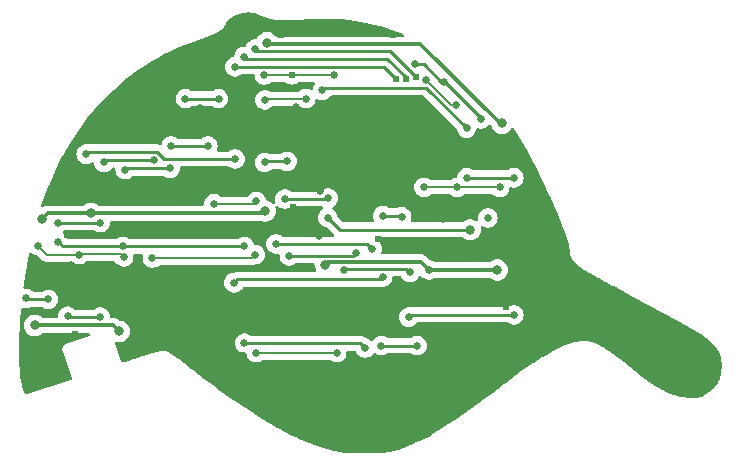
<source format=gbr>
%TF.GenerationSoftware,KiCad,Pcbnew,8.0.5-8.0.5-0~ubuntu22.04.1*%
%TF.CreationDate,2024-10-09T17:19:14-04:00*%
%TF.ProjectId,blinkencap,626c696e-6b65-46e6-9361-702e6b696361,1.0*%
%TF.SameCoordinates,Original*%
%TF.FileFunction,Copper,L1,Top*%
%TF.FilePolarity,Positive*%
%FSLAX46Y46*%
G04 Gerber Fmt 4.6, Leading zero omitted, Abs format (unit mm)*
G04 Created by KiCad (PCBNEW 8.0.5-8.0.5-0~ubuntu22.04.1) date 2024-10-09 17:19:14*
%MOMM*%
%LPD*%
G01*
G04 APERTURE LIST*
%TA.AperFunction,ComponentPad*%
%ADD10C,0.620000*%
%TD*%
%TA.AperFunction,ViaPad*%
%ADD11C,0.800000*%
%TD*%
%TA.AperFunction,ViaPad*%
%ADD12C,0.650000*%
%TD*%
%TA.AperFunction,ViaPad*%
%ADD13C,0.620000*%
%TD*%
%TA.AperFunction,Conductor*%
%ADD14C,0.250000*%
%TD*%
%TA.AperFunction,Conductor*%
%ADD15C,0.200000*%
%TD*%
%TA.AperFunction,Conductor*%
%ADD16C,0.300000*%
%TD*%
G04 APERTURE END LIST*
D10*
%TO.P,STITCH12,1*%
%TO.N,GND*%
X53850000Y-55800000D03*
%TD*%
%TO.P,STITCH24,1*%
%TO.N,GND*%
X45500000Y-51700000D03*
%TD*%
%TO.P,STITCH10,1*%
%TO.N,GND*%
X65900000Y-54500000D03*
%TD*%
%TO.P,STITCH2,1*%
%TO.N,GND*%
X60200000Y-65700000D03*
%TD*%
%TO.P,STITCH21,1*%
%TO.N,GND*%
X62500000Y-59900000D03*
%TD*%
%TO.P,STITCH1,1*%
%TO.N,GND*%
X67200000Y-43900000D03*
%TD*%
%TO.P,STITCH11,1*%
%TO.N,GND*%
X45500000Y-49000000D03*
%TD*%
%TO.P,STITCH18,1*%
%TO.N,GND*%
X89400000Y-60400000D03*
%TD*%
%TO.P,STITCH17,1*%
%TO.N,GND*%
X100300000Y-61700000D03*
%TD*%
%TO.P,STITCH19,1*%
%TO.N,GND*%
X73400000Y-69500000D03*
%TD*%
%TO.P,STITCH14,1*%
%TO.N,GND*%
X60400000Y-33700000D03*
%TD*%
%TO.P,STITCH23,1*%
%TO.N,GND*%
X50700000Y-38800000D03*
%TD*%
%TO.P,STITCH12,1*%
%TO.N,GND*%
X55200000Y-50800000D03*
%TD*%
%TO.P,STITCH16,1*%
%TO.N,GND*%
X97700000Y-65100000D03*
%TD*%
%TO.P,STITCH21,1*%
%TO.N,GND*%
X71800000Y-52100000D03*
%TD*%
%TO.P,STITCH6,1*%
%TO.N,GND*%
X47100000Y-43600000D03*
%TD*%
%TO.P,STITCH21,1*%
%TO.N,GND*%
X77400000Y-52800000D03*
%TD*%
%TO.P,STITCH22,1*%
%TO.N,GND*%
X73100000Y-34800000D03*
%TD*%
%TO.P,STITCH21,1*%
%TO.N,GND*%
X83200000Y-43300000D03*
%TD*%
%TO.P,STITCH1,1*%
%TO.N,GND*%
X74400000Y-43900000D03*
%TD*%
%TO.P,STITCH25,1*%
%TO.N,GND*%
X42800000Y-60700000D03*
%TD*%
%TO.P,STITCH1,1*%
%TO.N,GND*%
X70800000Y-40300000D03*
%TD*%
%TO.P,STITCH13,1*%
%TO.N,GND*%
X50750000Y-58950000D03*
%TD*%
%TO.P,STITCH20,1*%
%TO.N,GND*%
X42900000Y-64600000D03*
%TD*%
%TO.P,STITCH1,1*%
%TO.N,GND*%
X58600000Y-38900000D03*
%TD*%
%TO.P,STITCH12,1*%
%TO.N,GND*%
X58800000Y-50800000D03*
%TD*%
%TO.P,STITCH1,1*%
%TO.N,GND*%
X70800000Y-47600000D03*
%TD*%
%TO.P,STITCH4,1*%
%TO.N,GND*%
X58800000Y-54900000D03*
%TD*%
%TO.P,STITCH15,1*%
%TO.N,GND*%
X82600000Y-49000000D03*
%TD*%
%TO.P,STITCH3,1*%
%TO.N,GND*%
X64600000Y-49400000D03*
%TD*%
%TO.P,STITCH5,1*%
%TO.N,GND*%
X60300000Y-61900000D03*
%TD*%
%TO.P,STITCH1,1*%
%TO.N,GND*%
X70800000Y-43900000D03*
%TD*%
%TO.P,STITCH7,1*%
%TO.N,GND*%
X63200000Y-39100000D03*
%TD*%
%TO.P,STITCH9,1*%
%TO.N,GND*%
X82600000Y-57800000D03*
%TD*%
%TO.P,STITCH13,1*%
%TO.N,GND*%
X53300000Y-59600000D03*
%TD*%
%TO.P,STITCH10,1*%
%TO.N,GND*%
X62600000Y-53700000D03*
%TD*%
%TO.P,STITCH8,1*%
%TO.N,GND*%
X63600000Y-34800000D03*
%TD*%
%TO.P,STITCH21,1*%
%TO.N,GND*%
X87900000Y-54000000D03*
%TD*%
D11*
%TO.N,GND*%
X56700000Y-41100000D03*
D12*
X68700000Y-49600000D03*
X78300000Y-48900000D03*
D13*
X46133239Y-60154581D03*
D11*
X77300000Y-45300000D03*
D12*
X78400000Y-40700000D03*
D11*
X75500000Y-49900000D03*
X65600000Y-63200000D03*
D12*
X66800000Y-51800000D03*
X66900000Y-48000000D03*
X64600000Y-50700000D03*
D11*
X68200000Y-64400000D03*
D12*
X45800000Y-54300000D03*
X49400000Y-57200000D03*
D11*
X64700000Y-46900000D03*
D12*
X46785642Y-46465000D03*
X64900000Y-40900000D03*
D11*
X65600000Y-64800000D03*
D12*
X45700000Y-57200000D03*
X75900000Y-38600000D03*
X49300000Y-54300000D03*
X63800000Y-47500000D03*
X77300000Y-50400000D03*
X77400000Y-56000000D03*
X52700000Y-57100000D03*
X45500000Y-47100000D03*
X77400000Y-56800000D03*
%TO.N,+3V3*%
X62200000Y-45600000D03*
X64100000Y-45500000D03*
D11*
X49900000Y-59900000D03*
D12*
X50272550Y-53599584D03*
X62182383Y-38200000D03*
X78500000Y-47700000D03*
X75700000Y-47700000D03*
D11*
X42723375Y-59400000D03*
X81900000Y-54700000D03*
D12*
X62200000Y-40300000D03*
D13*
X64500000Y-38200000D03*
D11*
X62250000Y-49700000D03*
D12*
X46478640Y-53400000D03*
X65691702Y-40200000D03*
X43000000Y-52648091D03*
X76100000Y-54700000D03*
D11*
X47500000Y-49900000D03*
X62411133Y-35443089D03*
D12*
X68076157Y-38200000D03*
D11*
X82300000Y-42300006D03*
X67340612Y-54275000D03*
D12*
X82100000Y-47700000D03*
D11*
X43354108Y-50369738D03*
D12*
%TO.N,+1V8*%
X81100000Y-50300000D03*
X74900000Y-37300000D03*
X67547341Y-50260937D03*
D11*
X79600000Y-51300000D03*
D12*
X80500000Y-41900000D03*
X77427297Y-38772701D03*
%TO.N,/~{p_rst}*%
X83300000Y-58500000D03*
X79300000Y-46900000D03*
X83300000Y-46900000D03*
X74400000Y-58700000D03*
X79300000Y-42700000D03*
X67100000Y-39500000D03*
%TO.N,/p_clk*%
X63148942Y-52500006D03*
X71299997Y-52899997D03*
%TO.N,Net-(U2-clock)*%
X69900000Y-53275000D03*
X64300000Y-53500000D03*
X67583665Y-48626384D03*
X63900000Y-48700000D03*
%TO.N,Net-(C17-Pad1)*%
X52800000Y-45400000D03*
X48600000Y-45600000D03*
%TO.N,Net-(C18-Pad2)*%
X57400000Y-44200000D03*
X54300000Y-44200000D03*
%TO.N,/~{ctrl_rst}*%
X72205000Y-50100000D03*
X72100000Y-61100000D03*
X73800000Y-50200000D03*
X75100000Y-61100000D03*
%TO.N,/ctrl_ena*%
X68900000Y-54700000D03*
X74500000Y-54900000D03*
%TO.N,/led_red*%
X59700000Y-45300000D03*
D13*
X73300000Y-38500000D03*
D12*
X72200000Y-55300000D03*
X48300000Y-50700000D03*
X59615074Y-55784936D03*
X44700000Y-50699994D03*
X59700000Y-37500000D03*
X47100000Y-44900000D03*
%TO.N,/led_green*%
X60463325Y-36636675D03*
X70700000Y-61320068D03*
X50200000Y-52700000D03*
X60500000Y-60900000D03*
X44700000Y-52300000D03*
D13*
X74170003Y-38500000D03*
D12*
X60500000Y-52700000D03*
D13*
%TO.N,/led_blue*%
X75000426Y-38355418D03*
D12*
X61500000Y-48900000D03*
X52700000Y-53700000D03*
X61400001Y-53399999D03*
X68300000Y-61700000D03*
X61500002Y-61700000D03*
X61396652Y-36000000D03*
X57900000Y-49100000D03*
%TO.N,/drain_red*%
X45523031Y-58618368D03*
X48300000Y-58700000D03*
%TO.N,/drain_green*%
X43900000Y-57200000D03*
X42008898Y-57112151D03*
%TO.N,Net-(R22-Pad1)*%
X58300000Y-40200000D03*
X55500000Y-40200000D03*
%TO.N,Net-(R24-Pad1)*%
X50400000Y-46200000D03*
X54200000Y-46100000D03*
%TD*%
D14*
%TO.N,GND*%
X45545419Y-60154581D02*
X45000000Y-60700000D01*
D15*
X78000000Y-40700000D02*
X78400000Y-40700000D01*
D14*
X45000000Y-60700000D02*
X42800000Y-60700000D01*
X46133239Y-60154581D02*
X45545419Y-60154581D01*
X77400000Y-56000000D02*
X77400000Y-56800000D01*
D15*
X75900000Y-38600000D02*
X78000000Y-40700000D01*
%TO.N,+3V3*%
X46503640Y-53375000D02*
X50047966Y-53375000D01*
X62300000Y-40200000D02*
X62200000Y-40300000D01*
D16*
X62568044Y-35600000D02*
X62411133Y-35443089D01*
X47500000Y-49900000D02*
X43823846Y-49900000D01*
X82300000Y-42300006D02*
X82100006Y-42300006D01*
D15*
X68076157Y-38200000D02*
X64500000Y-38200000D01*
D16*
X70415305Y-54000000D02*
X69900000Y-54000000D01*
X47500000Y-49900000D02*
X62050000Y-49900000D01*
D15*
X46478640Y-53400000D02*
X43751909Y-53400000D01*
D16*
X82100006Y-42300006D02*
X75400000Y-35600000D01*
X49400000Y-59400000D02*
X42723375Y-59400000D01*
X69900000Y-54000000D02*
X69895000Y-54005000D01*
D15*
X65691702Y-40200000D02*
X62300000Y-40200000D01*
D16*
X49900000Y-59900000D02*
X49400000Y-59400000D01*
X70420305Y-54005000D02*
X70415305Y-54000000D01*
X75400000Y-35600000D02*
X62568044Y-35600000D01*
X76100000Y-54700000D02*
X75405000Y-54005000D01*
X75405000Y-54005000D02*
X70420305Y-54005000D01*
X43823846Y-49900000D02*
X43354108Y-50369738D01*
D15*
X43751909Y-53400000D02*
X43000000Y-52648091D01*
D14*
X64100000Y-45500000D02*
X62300000Y-45500000D01*
D15*
X80900000Y-47700000D02*
X82100000Y-47700000D01*
X46478640Y-53400000D02*
X46503640Y-53375000D01*
D14*
X62300000Y-45500000D02*
X62200000Y-45600000D01*
D15*
X78500000Y-47700000D02*
X80900000Y-47700000D01*
X50047966Y-53375000D02*
X50272550Y-53599584D01*
D16*
X67610612Y-54005000D02*
X67340612Y-54275000D01*
X69895000Y-54005000D02*
X67610612Y-54005000D01*
D15*
X62182383Y-38200000D02*
X64500000Y-38200000D01*
X75700000Y-47700000D02*
X78500000Y-47700000D01*
D16*
X76100000Y-54700000D02*
X81900000Y-54700000D01*
X62050000Y-49900000D02*
X62250000Y-49700000D01*
D14*
%TO.N,+1V8*%
X68586404Y-51300000D02*
X79600000Y-51300000D01*
X77462651Y-38772701D02*
X77427297Y-38772701D01*
X75700000Y-37300000D02*
X77172701Y-38772701D01*
X74900000Y-37300000D02*
X75700000Y-37300000D01*
X67547341Y-50260937D02*
X68586404Y-51300000D01*
X80500000Y-41900000D02*
X80500000Y-41810050D01*
X77172701Y-38772701D02*
X77427297Y-38772701D01*
X80500000Y-41810050D02*
X77462651Y-38772701D01*
%TO.N,/~{p_rst}*%
X74600000Y-58500000D02*
X74400000Y-58700000D01*
X67300000Y-39300000D02*
X75900000Y-39300000D01*
X79300000Y-46900000D02*
X83300000Y-46900000D01*
X83300000Y-58500000D02*
X74600000Y-58500000D01*
X67100000Y-39500000D02*
X67300000Y-39300000D01*
X75900000Y-39300000D02*
X79300000Y-42700000D01*
%TO.N,/p_clk*%
X63148942Y-52500006D02*
X63148954Y-52499994D01*
X70899994Y-52499994D02*
X71299997Y-52899997D01*
X63148954Y-52499994D02*
X70899994Y-52499994D01*
%TO.N,Net-(U2-clock)*%
X63900000Y-48700000D02*
X67510049Y-48700000D01*
X69675000Y-53500000D02*
X69900000Y-53275000D01*
X67510049Y-48700000D02*
X67583665Y-48626384D01*
X64300000Y-53500000D02*
X69675000Y-53500000D01*
%TO.N,Net-(C17-Pad1)*%
X48800000Y-45400000D02*
X52800000Y-45400000D01*
X48600000Y-45600000D02*
X48800000Y-45400000D01*
%TO.N,Net-(C18-Pad2)*%
X54300000Y-44200000D02*
X57400000Y-44200000D01*
%TO.N,/~{ctrl_rst}*%
X73700000Y-50100000D02*
X73800000Y-50200000D01*
X72205000Y-50100000D02*
X73700000Y-50100000D01*
X72100000Y-61100000D02*
X75100000Y-61100000D01*
%TO.N,/ctrl_ena*%
X74500000Y-54900000D02*
X74200000Y-54600000D01*
X69000000Y-54600000D02*
X68900000Y-54700000D01*
X74200000Y-54600000D02*
X69000000Y-54600000D01*
%TO.N,/led_red*%
X73300000Y-38500000D02*
X72300000Y-37500000D01*
X59900010Y-55500000D02*
X59615074Y-55784936D01*
X72300000Y-37500000D02*
X59700000Y-37500000D01*
X72200000Y-55300000D02*
X72000000Y-55500000D01*
X48300000Y-50700000D02*
X44700000Y-50700000D01*
X47300000Y-44700000D02*
X47100000Y-44900000D01*
X53689950Y-45300000D02*
X53089950Y-44700000D01*
X53089950Y-44700000D02*
X47300000Y-44700000D01*
X72000000Y-55500000D02*
X59900010Y-55500000D01*
X59700000Y-45300000D02*
X53689950Y-45300000D01*
X44700000Y-50700000D02*
X44700000Y-50699994D01*
%TO.N,/led_green*%
X72600000Y-36800000D02*
X60626650Y-36800000D01*
X50200000Y-52700000D02*
X45100000Y-52700000D01*
X60500000Y-60900000D02*
X70279932Y-60900000D01*
X70279932Y-60900000D02*
X70700000Y-61320068D01*
X60626650Y-36800000D02*
X60463325Y-36636675D01*
X45100000Y-52700000D02*
X44700000Y-52300000D01*
X74170003Y-38370003D02*
X72600000Y-36800000D01*
X60500000Y-52700000D02*
X50200000Y-52700000D01*
D15*
X74170003Y-38500000D02*
X74170003Y-38370003D01*
%TO.N,/led_blue*%
X61300000Y-49100000D02*
X61500000Y-48900000D01*
D14*
X61411650Y-36200000D02*
X72845008Y-36200000D01*
X72845008Y-36200000D02*
X75000426Y-38355418D01*
D15*
X61100000Y-53700000D02*
X61400001Y-53399999D01*
X52700000Y-53700000D02*
X61100000Y-53700000D01*
D14*
X61396650Y-36185000D02*
X61411650Y-36200000D01*
D15*
X57900000Y-49100000D02*
X61300000Y-49100000D01*
X68300000Y-61700000D02*
X61500002Y-61700000D01*
X61396650Y-36185000D02*
X61396650Y-36000002D01*
X61396650Y-36000002D02*
X61396652Y-36000000D01*
D14*
%TO.N,/drain_red*%
X48300000Y-58700000D02*
X45604663Y-58700000D01*
X45604663Y-58700000D02*
X45523031Y-58618368D01*
%TO.N,/drain_green*%
X42008898Y-57112151D02*
X42096747Y-57200000D01*
X42096747Y-57200000D02*
X43900000Y-57200000D01*
%TO.N,Net-(R22-Pad1)*%
X55500000Y-40200000D02*
X58300000Y-40200000D01*
%TO.N,Net-(R24-Pad1)*%
X50500000Y-46100000D02*
X50400000Y-46200000D01*
X54200000Y-46100000D02*
X50500000Y-46100000D01*
%TD*%
%TA.AperFunction,Conductor*%
%TO.N,GND*%
G36*
X60870592Y-32897550D02*
G01*
X60878648Y-32897742D01*
X60974430Y-32900031D01*
X60979791Y-32900276D01*
X61081419Y-32907154D01*
X61087033Y-32907663D01*
X61123586Y-32911813D01*
X61185869Y-32918884D01*
X61191687Y-32919685D01*
X61287329Y-32935184D01*
X61293365Y-32936317D01*
X61385289Y-32955974D01*
X61391630Y-32957506D01*
X61479326Y-32981151D01*
X61485931Y-32983131D01*
X61532048Y-32998361D01*
X61569037Y-33010577D01*
X61575885Y-33013065D01*
X61654128Y-33044119D01*
X61661210Y-33047187D01*
X61749227Y-33088630D01*
X61750603Y-33089290D01*
X61831490Y-33128662D01*
X61844796Y-33137073D01*
X61844915Y-33136877D01*
X61851871Y-33141080D01*
X61851873Y-33141081D01*
X61851876Y-33141083D01*
X61900730Y-33162474D01*
X61905192Y-33164536D01*
X61953182Y-33187895D01*
X61953185Y-33187895D01*
X61953186Y-33187896D01*
X61960894Y-33190469D01*
X61960821Y-33190686D01*
X61975855Y-33195368D01*
X61997182Y-33204706D01*
X62011107Y-33212728D01*
X62011185Y-33212587D01*
X62018314Y-33216497D01*
X62067532Y-33235629D01*
X62072340Y-33237614D01*
X62120677Y-33258780D01*
X62120678Y-33258780D01*
X62120680Y-33258781D01*
X62128485Y-33261041D01*
X62128439Y-33261197D01*
X62143969Y-33265341D01*
X62165657Y-33273772D01*
X62180095Y-33281291D01*
X62180148Y-33281186D01*
X62187433Y-33284782D01*
X62187435Y-33284782D01*
X62187437Y-33284784D01*
X62237103Y-33301666D01*
X62242092Y-33303483D01*
X62290986Y-33322490D01*
X62298877Y-33324420D01*
X62298849Y-33324534D01*
X62314743Y-33328060D01*
X62337246Y-33335709D01*
X62352080Y-33342634D01*
X62352120Y-33342544D01*
X62359557Y-33345820D01*
X62359559Y-33345822D01*
X62359561Y-33345822D01*
X62359562Y-33345823D01*
X62409755Y-33360481D01*
X62414906Y-33362107D01*
X62464411Y-33378936D01*
X62464414Y-33378936D01*
X62472382Y-33380525D01*
X62472362Y-33380621D01*
X62488477Y-33383469D01*
X62512243Y-33390408D01*
X62527335Y-33396672D01*
X62527374Y-33396574D01*
X62534941Y-33399523D01*
X62534944Y-33399525D01*
X62585806Y-33412012D01*
X62590954Y-33413394D01*
X62641221Y-33428074D01*
X62641227Y-33428074D01*
X62649255Y-33429314D01*
X62649238Y-33429419D01*
X62665433Y-33431560D01*
X62690912Y-33437815D01*
X62706116Y-33443372D01*
X62706161Y-33443243D01*
X62713846Y-33445866D01*
X62713853Y-33445870D01*
X62765451Y-33456230D01*
X62770541Y-33457365D01*
X62821647Y-33469913D01*
X62821647Y-33469912D01*
X62821648Y-33469913D01*
X62829726Y-33470804D01*
X62829710Y-33470941D01*
X62845837Y-33472372D01*
X62873533Y-33477933D01*
X62888710Y-33482769D01*
X62888765Y-33482586D01*
X62896550Y-33484890D01*
X62896555Y-33484890D01*
X62896560Y-33484893D01*
X62948986Y-33493188D01*
X62953903Y-33494071D01*
X63005937Y-33504520D01*
X63005941Y-33504519D01*
X63005943Y-33504520D01*
X63014051Y-33505067D01*
X63014038Y-33505258D01*
X63029945Y-33505999D01*
X63060396Y-33510818D01*
X63075419Y-33514947D01*
X63075485Y-33514687D01*
X63083362Y-33516685D01*
X63083366Y-33516687D01*
X63083369Y-33516687D01*
X63083372Y-33516688D01*
X63136561Y-33522969D01*
X63141396Y-33523636D01*
X63194361Y-33532018D01*
X63202483Y-33532229D01*
X63202476Y-33532496D01*
X63218059Y-33532593D01*
X63251850Y-33536585D01*
X63266608Y-33540039D01*
X63266684Y-33539689D01*
X63274623Y-33541392D01*
X63274625Y-33541392D01*
X63274628Y-33541393D01*
X63328779Y-33545755D01*
X63333300Y-33546204D01*
X63387236Y-33552575D01*
X63387243Y-33552573D01*
X63395364Y-33552466D01*
X63395368Y-33552825D01*
X63410517Y-33552341D01*
X63448266Y-33555382D01*
X63462677Y-33558213D01*
X63462759Y-33557757D01*
X63470754Y-33559183D01*
X63470758Y-33559185D01*
X63525831Y-33561703D01*
X63530040Y-33561970D01*
X63584940Y-33566394D01*
X63584947Y-33566392D01*
X63593064Y-33565983D01*
X63593087Y-33566448D01*
X63607733Y-33565450D01*
X63650103Y-33567389D01*
X63664093Y-33569658D01*
X63664177Y-33569085D01*
X63672221Y-33570256D01*
X63674944Y-33570293D01*
X63728166Y-33571022D01*
X63732031Y-33571137D01*
X63787917Y-33573694D01*
X63787917Y-33573693D01*
X63787920Y-33573694D01*
X63796018Y-33573003D01*
X63796067Y-33573579D01*
X63810170Y-33572146D01*
X63857858Y-33572799D01*
X63871408Y-33574572D01*
X63871489Y-33573878D01*
X63879555Y-33574812D01*
X63879557Y-33574813D01*
X63879558Y-33574812D01*
X63879559Y-33574813D01*
X63888243Y-33574677D01*
X63936322Y-33573926D01*
X63939939Y-33573924D01*
X63987372Y-33574574D01*
X63996662Y-33574702D01*
X63996662Y-33574701D01*
X63996664Y-33574702D01*
X63996665Y-33574701D01*
X64004734Y-33573752D01*
X64004815Y-33574445D01*
X64018355Y-33572648D01*
X64072082Y-33571809D01*
X64085154Y-33573166D01*
X64085229Y-33572333D01*
X64093319Y-33573053D01*
X64093324Y-33573052D01*
X64093325Y-33573053D01*
X64150888Y-33570623D01*
X64154160Y-33570529D01*
X64211752Y-33569632D01*
X64211762Y-33569629D01*
X64219796Y-33568444D01*
X64219917Y-33569264D01*
X64232889Y-33567164D01*
X64294127Y-33564581D01*
X64307384Y-33564731D01*
X64314137Y-33565168D01*
X64314145Y-33565170D01*
X64372436Y-33561312D01*
X64375317Y-33561156D01*
X64433777Y-33558690D01*
X64433786Y-33558686D01*
X64440453Y-33557522D01*
X64453609Y-33555941D01*
X64524052Y-33551279D01*
X64537625Y-33551126D01*
X64542643Y-33551344D01*
X64542653Y-33551346D01*
X64601684Y-33546170D01*
X64604230Y-33545974D01*
X64663381Y-33542061D01*
X64663392Y-33542057D01*
X64668312Y-33541076D01*
X64681745Y-33539152D01*
X64829606Y-33526190D01*
X64831861Y-33526015D01*
X66145194Y-33436661D01*
X66152593Y-33436380D01*
X67429732Y-33426303D01*
X67437374Y-33426478D01*
X68689277Y-33494014D01*
X68697093Y-33494684D01*
X69922600Y-33639033D01*
X69930492Y-33640223D01*
X71122296Y-33859486D01*
X71128400Y-33860609D01*
X71136368Y-33862347D01*
X72305697Y-34158083D01*
X72313609Y-34160368D01*
X73453256Y-34530810D01*
X73461058Y-34533637D01*
X73898123Y-34708862D01*
X73901972Y-34710405D01*
X73956872Y-34753623D01*
X73979691Y-34819661D01*
X73963186Y-34887553D01*
X73912595Y-34935744D01*
X73855829Y-34949500D01*
X63233654Y-34949500D01*
X63166615Y-34929815D01*
X63141504Y-34908472D01*
X63122668Y-34887553D01*
X63017004Y-34770201D01*
X63017003Y-34770200D01*
X62863867Y-34658940D01*
X62863862Y-34658937D01*
X62690940Y-34581946D01*
X62690935Y-34581944D01*
X62545134Y-34550954D01*
X62505779Y-34542589D01*
X62316487Y-34542589D01*
X62284030Y-34549487D01*
X62131330Y-34581944D01*
X62131325Y-34581946D01*
X61958403Y-34658937D01*
X61958398Y-34658940D01*
X61805262Y-34770200D01*
X61678599Y-34910874D01*
X61583954Y-35074804D01*
X61583950Y-35074812D01*
X61579399Y-35088821D01*
X61539960Y-35146496D01*
X61475601Y-35173692D01*
X61461469Y-35174500D01*
X61309888Y-35174500D01*
X61280135Y-35180824D01*
X61140153Y-35210577D01*
X61140148Y-35210579D01*
X60981629Y-35281157D01*
X60981624Y-35281160D01*
X60841243Y-35383153D01*
X60841241Y-35383155D01*
X60725129Y-35512112D01*
X60638366Y-35662388D01*
X60638363Y-35662394D01*
X60617862Y-35725493D01*
X60578425Y-35783168D01*
X60514066Y-35810367D01*
X60499931Y-35811175D01*
X60376561Y-35811175D01*
X60354294Y-35815908D01*
X60206826Y-35847252D01*
X60206821Y-35847254D01*
X60048302Y-35917832D01*
X60048297Y-35917835D01*
X59907916Y-36019828D01*
X59907914Y-36019830D01*
X59791802Y-36148787D01*
X59705037Y-36299066D01*
X59654145Y-36455703D01*
X59651417Y-36464099D01*
X59647710Y-36499368D01*
X59639087Y-36581409D01*
X59612502Y-36646024D01*
X59555204Y-36686008D01*
X59541548Y-36689737D01*
X59443500Y-36710578D01*
X59443496Y-36710579D01*
X59284977Y-36781157D01*
X59284972Y-36781160D01*
X59144591Y-36883153D01*
X59144589Y-36883155D01*
X59028477Y-37012112D01*
X58941712Y-37162391D01*
X58888093Y-37327420D01*
X58888092Y-37327424D01*
X58869953Y-37500000D01*
X58888092Y-37672576D01*
X58888093Y-37672579D01*
X58941712Y-37837608D01*
X59028477Y-37987887D01*
X59028476Y-37987887D01*
X59028478Y-37987889D01*
X59144590Y-38116845D01*
X59284976Y-38218842D01*
X59443495Y-38289420D01*
X59443501Y-38289422D01*
X59613236Y-38325500D01*
X59613237Y-38325500D01*
X59786762Y-38325500D01*
X59786764Y-38325500D01*
X59956499Y-38289422D01*
X59956501Y-38289420D01*
X59956504Y-38289420D01*
X60075772Y-38236318D01*
X60115024Y-38218842D01*
X60210902Y-38149182D01*
X60276709Y-38125702D01*
X60283788Y-38125500D01*
X61232856Y-38125500D01*
X61299895Y-38145185D01*
X61345650Y-38197989D01*
X61356176Y-38236534D01*
X61370475Y-38372576D01*
X61370476Y-38372579D01*
X61424095Y-38537608D01*
X61510860Y-38687887D01*
X61510859Y-38687887D01*
X61614808Y-38803334D01*
X61626973Y-38816845D01*
X61743169Y-38901267D01*
X61767359Y-38918842D01*
X61925878Y-38989420D01*
X61925884Y-38989422D01*
X62095619Y-39025500D01*
X62095620Y-39025500D01*
X62269145Y-39025500D01*
X62269147Y-39025500D01*
X62438882Y-38989422D01*
X62438884Y-38989420D01*
X62438887Y-38989420D01*
X62545063Y-38942147D01*
X62597407Y-38918842D01*
X62727695Y-38824181D01*
X62793501Y-38800702D01*
X62800580Y-38800500D01*
X63902918Y-38800500D01*
X63969957Y-38820185D01*
X63990599Y-38836819D01*
X63991464Y-38837684D01*
X64146112Y-38934856D01*
X64318505Y-38995179D01*
X64318508Y-38995179D01*
X64318510Y-38995180D01*
X64499997Y-39015629D01*
X64500000Y-39015629D01*
X64500003Y-39015629D01*
X64681489Y-38995180D01*
X64681490Y-38995179D01*
X64681495Y-38995179D01*
X64853888Y-38934856D01*
X65008536Y-38837684D01*
X65009401Y-38836819D01*
X65010096Y-38836439D01*
X65013979Y-38833343D01*
X65014521Y-38834023D01*
X65070724Y-38803334D01*
X65097082Y-38800500D01*
X66340505Y-38800500D01*
X66407544Y-38820185D01*
X66453299Y-38872989D01*
X66463243Y-38942147D01*
X66434218Y-39005703D01*
X66432655Y-39007472D01*
X66428476Y-39012112D01*
X66341712Y-39162391D01*
X66288092Y-39327423D01*
X66288091Y-39327425D01*
X66282387Y-39381691D01*
X66255802Y-39446305D01*
X66198504Y-39486289D01*
X66128685Y-39488947D01*
X66108631Y-39482006D01*
X65948206Y-39410579D01*
X65948200Y-39410577D01*
X65812297Y-39381691D01*
X65778466Y-39374500D01*
X65604938Y-39374500D01*
X65575185Y-39380824D01*
X65435203Y-39410577D01*
X65435198Y-39410579D01*
X65276679Y-39481157D01*
X65276674Y-39481160D01*
X65146390Y-39575818D01*
X65080584Y-39599298D01*
X65073505Y-39599500D01*
X62680018Y-39599500D01*
X62621009Y-39583688D01*
X62620960Y-39583801D01*
X62620252Y-39583485D01*
X62618017Y-39582887D01*
X62615030Y-39581163D01*
X62615024Y-39581158D01*
X62572271Y-39562123D01*
X62456504Y-39510579D01*
X62456498Y-39510577D01*
X62318083Y-39481157D01*
X62286764Y-39474500D01*
X62113236Y-39474500D01*
X62083483Y-39480824D01*
X61943501Y-39510577D01*
X61943496Y-39510579D01*
X61784977Y-39581157D01*
X61784972Y-39581160D01*
X61644591Y-39683153D01*
X61644589Y-39683155D01*
X61528477Y-39812112D01*
X61441712Y-39962391D01*
X61391530Y-40116843D01*
X61388092Y-40127424D01*
X61369953Y-40300000D01*
X61388092Y-40472576D01*
X61388093Y-40472579D01*
X61441712Y-40637608D01*
X61528477Y-40787887D01*
X61528476Y-40787887D01*
X61576775Y-40841528D01*
X61644590Y-40916845D01*
X61744483Y-40989422D01*
X61784976Y-41018842D01*
X61943495Y-41089420D01*
X61943501Y-41089422D01*
X62113236Y-41125500D01*
X62113237Y-41125500D01*
X62286762Y-41125500D01*
X62286764Y-41125500D01*
X62456499Y-41089422D01*
X62456501Y-41089420D01*
X62456504Y-41089420D01*
X62509899Y-41065646D01*
X62615024Y-41018842D01*
X62755410Y-40916845D01*
X62823225Y-40841527D01*
X62882711Y-40804879D01*
X62915375Y-40800500D01*
X65073505Y-40800500D01*
X65140544Y-40820185D01*
X65146381Y-40824175D01*
X65180800Y-40849182D01*
X65276678Y-40918842D01*
X65435197Y-40989420D01*
X65435203Y-40989422D01*
X65604938Y-41025500D01*
X65604939Y-41025500D01*
X65778464Y-41025500D01*
X65778466Y-41025500D01*
X65948201Y-40989422D01*
X65948203Y-40989420D01*
X65948206Y-40989420D01*
X66001601Y-40965646D01*
X66106726Y-40918842D01*
X66247112Y-40816845D01*
X66363224Y-40687889D01*
X66449988Y-40537611D01*
X66503610Y-40372576D01*
X66509314Y-40318307D01*
X66535898Y-40253696D01*
X66593195Y-40213711D01*
X66663014Y-40211051D01*
X66683070Y-40217993D01*
X66684974Y-40218841D01*
X66684976Y-40218842D01*
X66742270Y-40244351D01*
X66843495Y-40289420D01*
X66843501Y-40289422D01*
X67013236Y-40325500D01*
X67013237Y-40325500D01*
X67186762Y-40325500D01*
X67186764Y-40325500D01*
X67356499Y-40289422D01*
X67356501Y-40289420D01*
X67356504Y-40289420D01*
X67438461Y-40252930D01*
X67515024Y-40218842D01*
X67655410Y-40116845D01*
X67771522Y-39987889D01*
X67771751Y-39987493D01*
X67771940Y-39987312D01*
X67775341Y-39982632D01*
X67776197Y-39983254D01*
X67822321Y-39939281D01*
X67879134Y-39925500D01*
X75589548Y-39925500D01*
X75656587Y-39945185D01*
X75677229Y-39961819D01*
X78445309Y-42729899D01*
X78478794Y-42791222D01*
X78480948Y-42804615D01*
X78488092Y-42872576D01*
X78488093Y-42872579D01*
X78541712Y-43037608D01*
X78628477Y-43187887D01*
X78628476Y-43187887D01*
X78628478Y-43187889D01*
X78744590Y-43316845D01*
X78823945Y-43374500D01*
X78884976Y-43418842D01*
X79043495Y-43489420D01*
X79043501Y-43489422D01*
X79213236Y-43525500D01*
X79213237Y-43525500D01*
X79386762Y-43525500D01*
X79386764Y-43525500D01*
X79556499Y-43489422D01*
X79556501Y-43489420D01*
X79556504Y-43489420D01*
X79629277Y-43457019D01*
X79715024Y-43418842D01*
X79855410Y-43316845D01*
X79971522Y-43187889D01*
X80058286Y-43037611D01*
X80111908Y-42872576D01*
X80119218Y-42803022D01*
X80145801Y-42738411D01*
X80203098Y-42698426D01*
X80268318Y-42694697D01*
X80413236Y-42725500D01*
X80413237Y-42725500D01*
X80586762Y-42725500D01*
X80586764Y-42725500D01*
X80756499Y-42689422D01*
X80756501Y-42689420D01*
X80756504Y-42689420D01*
X80838288Y-42653007D01*
X80915024Y-42618842D01*
X81055410Y-42516845D01*
X81129773Y-42434256D01*
X81189256Y-42397609D01*
X81259113Y-42398938D01*
X81309602Y-42429548D01*
X81415420Y-42535366D01*
X81445670Y-42584729D01*
X81472818Y-42668283D01*
X81472821Y-42668290D01*
X81567467Y-42832222D01*
X81603805Y-42872579D01*
X81694129Y-42972894D01*
X81847265Y-43084154D01*
X81847270Y-43084157D01*
X82020192Y-43161148D01*
X82020197Y-43161150D01*
X82205354Y-43200506D01*
X82205355Y-43200506D01*
X82394644Y-43200506D01*
X82394646Y-43200506D01*
X82579803Y-43161150D01*
X82752730Y-43084157D01*
X82905871Y-42972894D01*
X83032533Y-42832222D01*
X83100531Y-42714444D01*
X83151096Y-42666231D01*
X83219703Y-42653007D01*
X83284568Y-42678975D01*
X83311355Y-42708061D01*
X83344591Y-42758333D01*
X83346386Y-42761128D01*
X83688251Y-43309622D01*
X83689874Y-43312302D01*
X84033831Y-43896532D01*
X84035207Y-43898929D01*
X84167662Y-44135930D01*
X84388684Y-44531406D01*
X84389810Y-44533466D01*
X84760005Y-45226350D01*
X84760881Y-45228020D01*
X85154595Y-45992680D01*
X85155394Y-45994259D01*
X85771049Y-47233093D01*
X85771983Y-47235016D01*
X86323860Y-48395288D01*
X86324885Y-48397498D01*
X86808500Y-49467978D01*
X86809665Y-49470638D01*
X86954404Y-49812111D01*
X87220059Y-50438857D01*
X87220202Y-50439193D01*
X87221574Y-50442570D01*
X87497954Y-51152188D01*
X87553960Y-51295987D01*
X87555661Y-51300627D01*
X87804606Y-52023777D01*
X87806785Y-52030771D01*
X87969300Y-52612416D01*
X87971311Y-52620707D01*
X87974802Y-52637611D01*
X88015718Y-52835766D01*
X88017145Y-52844105D01*
X88042295Y-53028741D01*
X88042926Y-53034313D01*
X88048717Y-53098374D01*
X88049194Y-53112129D01*
X88049111Y-53116071D01*
X88055654Y-53175378D01*
X88055900Y-53177829D01*
X88056314Y-53182416D01*
X88056151Y-53194015D01*
X88056572Y-53194010D01*
X88056672Y-53202137D01*
X88060018Y-53225326D01*
X88060785Y-53231862D01*
X88061283Y-53237373D01*
X88061549Y-53238555D01*
X88063294Y-53248029D01*
X88064587Y-53256992D01*
X88065109Y-53261096D01*
X88066478Y-53273502D01*
X88066778Y-53287938D01*
X88067103Y-53293135D01*
X88069636Y-53306074D01*
X88069638Y-53306081D01*
X88071187Y-53316227D01*
X88072640Y-53322143D01*
X88073906Y-53327883D01*
X88076761Y-53342466D01*
X88077800Y-53348583D01*
X88081349Y-53373181D01*
X88082338Y-53387176D01*
X88082624Y-53389389D01*
X88083094Y-53391158D01*
X88083396Y-53392636D01*
X88085188Y-53399077D01*
X88085573Y-53400493D01*
X88094227Y-53433088D01*
X88096068Y-53441080D01*
X88104106Y-53482129D01*
X88104501Y-53485029D01*
X88105547Y-53489978D01*
X88119189Y-53528640D01*
X88122102Y-53538081D01*
X88132733Y-53578126D01*
X88136224Y-53587882D01*
X88137742Y-53592846D01*
X88153595Y-53627620D01*
X88157701Y-53637796D01*
X88170425Y-53673860D01*
X88172922Y-53678774D01*
X88177135Y-53687978D01*
X88180125Y-53695287D01*
X88198625Y-53727652D01*
X88203797Y-53737747D01*
X88219270Y-53771686D01*
X88223581Y-53778583D01*
X88223070Y-53778902D01*
X88228926Y-53787781D01*
X88232596Y-53794881D01*
X88232597Y-53794883D01*
X88232598Y-53794884D01*
X88254409Y-53826229D01*
X88260271Y-53835503D01*
X88279227Y-53868666D01*
X88279229Y-53868669D01*
X88284146Y-53875135D01*
X88283635Y-53875522D01*
X88291280Y-53885171D01*
X88294462Y-53890264D01*
X88320197Y-53921488D01*
X88326291Y-53929526D01*
X88349412Y-53962751D01*
X88354881Y-53968754D01*
X88354258Y-53969321D01*
X88363710Y-53979461D01*
X88365040Y-53981286D01*
X88395070Y-54012829D01*
X88400947Y-54019461D01*
X88425539Y-54049298D01*
X88428652Y-54053074D01*
X88433470Y-54057568D01*
X88443686Y-54068413D01*
X88444094Y-54068792D01*
X88478417Y-54100706D01*
X88483763Y-54105988D01*
X88502532Y-54125702D01*
X88516106Y-54139960D01*
X88519699Y-54142860D01*
X88529885Y-54152428D01*
X88570263Y-54186324D01*
X88574968Y-54190481D01*
X88611627Y-54224566D01*
X88611628Y-54224566D01*
X88611631Y-54224569D01*
X88614693Y-54226747D01*
X88626319Y-54236596D01*
X88641942Y-54248639D01*
X88671180Y-54271177D01*
X88675170Y-54274387D01*
X88715699Y-54308408D01*
X88715703Y-54308409D01*
X88719430Y-54310785D01*
X88735899Y-54323582D01*
X88737185Y-54324505D01*
X88737187Y-54324508D01*
X88747231Y-54331722D01*
X88782125Y-54356786D01*
X88785488Y-54359289D01*
X88829309Y-54393068D01*
X88835041Y-54396394D01*
X88855167Y-54410949D01*
X88856847Y-54412441D01*
X88856850Y-54412445D01*
X88896737Y-54439473D01*
X88904323Y-54444613D01*
X88907105Y-54446554D01*
X88953697Y-54480020D01*
X88953699Y-54480020D01*
X88960861Y-54483859D01*
X88960489Y-54484552D01*
X88972281Y-54490663D01*
X88974615Y-54492244D01*
X88985356Y-54500409D01*
X88989515Y-54503943D01*
X88989518Y-54503947D01*
X88989520Y-54503948D01*
X89039086Y-54535967D01*
X89041338Y-54537457D01*
X89090234Y-54570590D01*
X89090237Y-54570591D01*
X89095109Y-54573033D01*
X89106838Y-54579735D01*
X89123123Y-54590256D01*
X89134453Y-54598519D01*
X89136448Y-54600154D01*
X89136451Y-54600157D01*
X89136453Y-54600158D01*
X89187794Y-54632055D01*
X89189643Y-54633226D01*
X89240309Y-54665956D01*
X89242627Y-54667055D01*
X89254953Y-54673777D01*
X89266205Y-54680767D01*
X89286837Y-54693585D01*
X89298666Y-54701929D01*
X89298890Y-54702106D01*
X89298894Y-54702111D01*
X89298899Y-54702114D01*
X89351549Y-54733802D01*
X89352978Y-54734676D01*
X89387946Y-54756400D01*
X89405293Y-54767177D01*
X89405565Y-54767300D01*
X89418379Y-54774025D01*
X89467007Y-54803292D01*
X89476997Y-54810151D01*
X89478063Y-54810776D01*
X89478066Y-54810779D01*
X89531969Y-54842399D01*
X89533038Y-54843035D01*
X89587575Y-54875859D01*
X89598367Y-54881350D01*
X89664902Y-54920380D01*
X89672967Y-54925797D01*
X89729843Y-54958480D01*
X89730691Y-54958971D01*
X89785238Y-54990970D01*
X89787422Y-54992251D01*
X89796121Y-54996566D01*
X89881764Y-55045781D01*
X89890768Y-55051706D01*
X89892457Y-55052654D01*
X89892458Y-55052655D01*
X89918944Y-55067526D01*
X89947144Y-55083359D01*
X89948219Y-55083969D01*
X90004395Y-55116250D01*
X90014091Y-55120946D01*
X90375673Y-55323959D01*
X90383602Y-55329073D01*
X90441284Y-55360803D01*
X90442081Y-55361245D01*
X90497336Y-55392269D01*
X90497340Y-55392270D01*
X90499675Y-55393581D01*
X90508210Y-55397618D01*
X90960167Y-55646237D01*
X90964798Y-55649178D01*
X90969085Y-55651508D01*
X90969087Y-55651510D01*
X91025756Y-55682317D01*
X91082525Y-55713545D01*
X91082527Y-55713545D01*
X91086793Y-55715892D01*
X91091772Y-55718205D01*
X91385944Y-55878125D01*
X91642317Y-56017496D01*
X91645089Y-56019241D01*
X91707731Y-56053058D01*
X91708051Y-56053231D01*
X91770520Y-56087191D01*
X91773490Y-56088557D01*
X92928560Y-56712111D01*
X93397311Y-56965162D01*
X97220516Y-59046099D01*
X97222116Y-59046984D01*
X98358592Y-59687573D01*
X98361101Y-59689027D01*
X99110887Y-60136249D01*
X99116120Y-60139551D01*
X99572442Y-60443889D01*
X99581482Y-60450530D01*
X99846979Y-60664735D01*
X99857908Y-60674684D01*
X100332473Y-61161496D01*
X100334492Y-61163617D01*
X100383622Y-61216456D01*
X100387391Y-61220700D01*
X100429577Y-61270467D01*
X100433038Y-61274741D01*
X100473302Y-61326785D01*
X100476496Y-61331103D01*
X100511222Y-61380247D01*
X100515475Y-61386681D01*
X100590215Y-61507783D01*
X100594982Y-61516230D01*
X100658670Y-61640163D01*
X100662493Y-61648318D01*
X100718560Y-61780173D01*
X100721566Y-61787960D01*
X100752016Y-61875507D01*
X100769403Y-61925500D01*
X100769847Y-61926775D01*
X100772161Y-61934165D01*
X100812564Y-62078878D01*
X100814300Y-62085871D01*
X100846775Y-62235194D01*
X100848027Y-62241812D01*
X100872630Y-62394436D01*
X100873478Y-62400716D01*
X100890331Y-62555132D01*
X100890839Y-62561129D01*
X100900171Y-62716021D01*
X100900383Y-62721787D01*
X100902480Y-62875533D01*
X100902430Y-62881132D01*
X100897665Y-63032250D01*
X100897369Y-63037756D01*
X100886178Y-63184730D01*
X100885638Y-63190213D01*
X100868556Y-63331368D01*
X100867755Y-63336928D01*
X100845719Y-63468668D01*
X100844452Y-63475171D01*
X100812568Y-63618313D01*
X100810740Y-63625500D01*
X100772604Y-63758630D01*
X100770413Y-63765514D01*
X100746027Y-63835057D01*
X100737712Y-63858773D01*
X100726335Y-63891217D01*
X100723835Y-63897750D01*
X100674565Y-64016372D01*
X100671816Y-64022515D01*
X100618156Y-64134183D01*
X100615212Y-64139921D01*
X100557936Y-64244772D01*
X100554854Y-64250097D01*
X100494761Y-64348202D01*
X100491587Y-64353118D01*
X100429513Y-64444481D01*
X100426294Y-64448999D01*
X100363111Y-64533591D01*
X100359880Y-64537730D01*
X100296475Y-64615519D01*
X100293262Y-64619305D01*
X100230564Y-64690228D01*
X100227391Y-64693683D01*
X100166454Y-64757572D01*
X100163335Y-64760727D01*
X100105029Y-64817635D01*
X100101971Y-64820520D01*
X100050752Y-64867227D01*
X100046393Y-64871020D01*
X99945300Y-64954925D01*
X99940936Y-64958384D01*
X99805828Y-65060635D01*
X99802635Y-65062972D01*
X99672220Y-65155278D01*
X99668078Y-65158087D01*
X99546209Y-65237162D01*
X99541039Y-65240339D01*
X99426416Y-65306981D01*
X99420193Y-65310365D01*
X99310973Y-65365776D01*
X99303781Y-65369139D01*
X99197591Y-65414720D01*
X99189634Y-65417816D01*
X99078245Y-65456791D01*
X99071967Y-65458802D01*
X99023179Y-65473012D01*
X99018923Y-65474170D01*
X98963621Y-65488164D01*
X98959375Y-65489159D01*
X98902256Y-65501493D01*
X98898091Y-65502317D01*
X98858687Y-65509414D01*
X98843812Y-65512094D01*
X98837726Y-65513034D01*
X98705507Y-65530120D01*
X98697953Y-65530862D01*
X98557721Y-65540313D01*
X98550982Y-65540584D01*
X98394937Y-65542597D01*
X98389110Y-65542535D01*
X98215402Y-65536609D01*
X98210486Y-65536343D01*
X98017613Y-65522082D01*
X98013555Y-65521715D01*
X97800134Y-65498863D01*
X97796846Y-65498467D01*
X97564941Y-65467351D01*
X97561035Y-65466763D01*
X97389159Y-65438102D01*
X97384286Y-65437189D01*
X97222213Y-65403454D01*
X97215384Y-65401830D01*
X96877674Y-65311328D01*
X96869390Y-65308794D01*
X96543098Y-65196408D01*
X96535795Y-65193633D01*
X96215399Y-65060159D01*
X96209028Y-65057291D01*
X95895391Y-64905371D01*
X95889886Y-64902533D01*
X95583786Y-64734899D01*
X95579069Y-64732179D01*
X95281422Y-64551754D01*
X95277419Y-64549222D01*
X95046164Y-64396668D01*
X94989041Y-64358984D01*
X94985691Y-64356695D01*
X94977212Y-64350694D01*
X94707372Y-64159706D01*
X94704612Y-64157695D01*
X94647847Y-64115124D01*
X94439186Y-63958637D01*
X94436184Y-63956312D01*
X93931587Y-63553059D01*
X93929628Y-63551461D01*
X93142686Y-62895840D01*
X93133000Y-62886854D01*
X93128113Y-62881810D01*
X93128111Y-62881808D01*
X93128110Y-62881807D01*
X93082385Y-62845556D01*
X93080069Y-62843673D01*
X93035281Y-62806358D01*
X93029341Y-62802603D01*
X93018566Y-62794959D01*
X92661519Y-62511891D01*
X92650758Y-62502290D01*
X92650378Y-62501909D01*
X92650375Y-62501905D01*
X92601704Y-62464454D01*
X92600293Y-62463352D01*
X92552233Y-62425249D01*
X92551765Y-62424969D01*
X92539847Y-62416856D01*
X92325170Y-62251667D01*
X92199708Y-62155127D01*
X92189449Y-62146302D01*
X92185660Y-62142663D01*
X92185657Y-62142660D01*
X92138011Y-62107616D01*
X92135862Y-62105999D01*
X92089029Y-62069962D01*
X92084490Y-62067333D01*
X92073163Y-62059920D01*
X91753127Y-61824533D01*
X91742865Y-61814982D01*
X91742453Y-61815440D01*
X91736420Y-61809997D01*
X91690146Y-61778135D01*
X91687039Y-61775924D01*
X91641774Y-61742632D01*
X91641771Y-61742630D01*
X91641770Y-61742630D01*
X91634653Y-61738712D01*
X91634948Y-61738174D01*
X91622568Y-61731605D01*
X91326572Y-61527799D01*
X91315972Y-61518536D01*
X91315584Y-61518996D01*
X91309375Y-61513740D01*
X91262229Y-61483421D01*
X91258978Y-61481258D01*
X91212806Y-61449466D01*
X91205569Y-61445771D01*
X91205841Y-61445237D01*
X91193203Y-61439031D01*
X91118116Y-61390744D01*
X91108019Y-61382389D01*
X91107485Y-61383056D01*
X91101147Y-61377972D01*
X91101146Y-61377971D01*
X91099227Y-61376807D01*
X91051853Y-61348078D01*
X91049082Y-61346348D01*
X91045574Y-61344092D01*
X91000581Y-61315158D01*
X91000576Y-61315156D01*
X91000574Y-61315155D01*
X90993231Y-61311692D01*
X90993576Y-61310959D01*
X90981662Y-61305513D01*
X90915523Y-61265406D01*
X90904378Y-61256751D01*
X90904022Y-61257226D01*
X90897523Y-61252344D01*
X90897520Y-61252342D01*
X90871396Y-61237611D01*
X90848736Y-61224833D01*
X90845347Y-61222850D01*
X90797476Y-61193821D01*
X90790034Y-61190549D01*
X90790271Y-61190009D01*
X90777255Y-61184528D01*
X90717569Y-61150873D01*
X90705097Y-61141871D01*
X90704921Y-61142127D01*
X90698234Y-61137493D01*
X90650290Y-61112832D01*
X90646105Y-61110577D01*
X90603220Y-61086396D01*
X90599138Y-61084094D01*
X90599137Y-61084093D01*
X90599136Y-61084093D01*
X90591592Y-61081057D01*
X90591707Y-61080770D01*
X90577339Y-61075306D01*
X90523832Y-61047782D01*
X90508675Y-61037795D01*
X90502781Y-61034105D01*
X90456122Y-61012800D01*
X90450908Y-61010270D01*
X90405304Y-60986812D01*
X90405300Y-60986810D01*
X90405299Y-60986810D01*
X90405297Y-60986809D01*
X90398750Y-60984462D01*
X90381527Y-60978738D01*
X90333574Y-60956842D01*
X90311773Y-60944056D01*
X90310246Y-60942937D01*
X90310242Y-60942934D01*
X90310239Y-60942932D01*
X90310236Y-60942931D01*
X90265589Y-60925573D01*
X90259019Y-60922799D01*
X90245298Y-60916534D01*
X90215417Y-60902890D01*
X90215414Y-60902889D01*
X90215413Y-60902889D01*
X90213545Y-60902575D01*
X90189173Y-60895864D01*
X90145592Y-60878920D01*
X90124544Y-60868335D01*
X90119214Y-60864985D01*
X90119215Y-60864985D01*
X90077589Y-60852141D01*
X90069221Y-60849228D01*
X90028628Y-60833447D01*
X90022370Y-60832762D01*
X89999307Y-60827987D01*
X89958079Y-60815266D01*
X89938331Y-60807256D01*
X89927629Y-60801801D01*
X89890589Y-60793921D01*
X89879834Y-60791123D01*
X89843642Y-60779956D01*
X89831625Y-60779505D01*
X89810479Y-60776878D01*
X89791375Y-60772814D01*
X89779010Y-60770184D01*
X89757427Y-60763487D01*
X89749350Y-60760147D01*
X89749347Y-60760146D01*
X89708560Y-60754798D01*
X89698882Y-60753137D01*
X89658656Y-60744580D01*
X89650553Y-60743941D01*
X89650568Y-60743747D01*
X89627611Y-60741915D01*
X89622645Y-60740849D01*
X89572495Y-60736806D01*
X89566344Y-60736155D01*
X89516467Y-60729616D01*
X89514400Y-60729618D01*
X89494213Y-60727955D01*
X89442761Y-60726211D01*
X89436999Y-60725881D01*
X89385809Y-60721754D01*
X89384452Y-60721823D01*
X89364822Y-60721127D01*
X89311500Y-60721644D01*
X89306102Y-60721579D01*
X89253832Y-60719808D01*
X89252967Y-60719893D01*
X89233685Y-60720053D01*
X89178802Y-60722829D01*
X89173746Y-60722981D01*
X89120612Y-60723497D01*
X89120082Y-60723573D01*
X89100758Y-60724528D01*
X89044824Y-60729517D01*
X89040077Y-60729849D01*
X88986240Y-60732573D01*
X88985862Y-60732643D01*
X88966170Y-60734378D01*
X88909613Y-60741496D01*
X88905149Y-60741976D01*
X88850792Y-60746825D01*
X88850416Y-60746910D01*
X88830009Y-60749458D01*
X88773299Y-60758581D01*
X88769094Y-60759184D01*
X88714332Y-60766077D01*
X88713862Y-60766201D01*
X88692290Y-60769653D01*
X88635936Y-60780614D01*
X88631961Y-60781320D01*
X88576971Y-60790167D01*
X88576295Y-60790370D01*
X88553277Y-60794829D01*
X88497714Y-60807441D01*
X88493944Y-60808235D01*
X88438769Y-60818968D01*
X88437835Y-60819281D01*
X88413595Y-60824767D01*
X88413439Y-60824786D01*
X88358645Y-60838949D01*
X88355064Y-60839819D01*
X88313613Y-60849228D01*
X88300780Y-60852141D01*
X88299850Y-60852352D01*
X88298588Y-60852819D01*
X88274239Y-60859099D01*
X88273633Y-60859191D01*
X88273629Y-60859191D01*
X88273628Y-60859192D01*
X88253598Y-60864985D01*
X88218896Y-60875021D01*
X88215483Y-60875955D01*
X88160338Y-60890210D01*
X88158714Y-60890867D01*
X88134271Y-60897924D01*
X88133193Y-60898118D01*
X88133186Y-60898119D01*
X88133186Y-60898120D01*
X88119237Y-60902575D01*
X88078641Y-60915540D01*
X88075372Y-60916534D01*
X88020326Y-60932456D01*
X88018313Y-60933337D01*
X87993862Y-60941135D01*
X87992257Y-60941468D01*
X87937899Y-60960444D01*
X87934760Y-60961493D01*
X87879963Y-60978995D01*
X87877537Y-60980137D01*
X87853126Y-60988648D01*
X87850991Y-60989150D01*
X87796953Y-61009603D01*
X87793931Y-61010702D01*
X87739368Y-61029751D01*
X87736544Y-61031174D01*
X87712199Y-61040380D01*
X87709530Y-61041079D01*
X87655849Y-61062970D01*
X87652923Y-61064120D01*
X87598704Y-61084642D01*
X87595438Y-61086396D01*
X87570838Y-61096376D01*
X87569531Y-61096748D01*
X87515306Y-61120250D01*
X87512821Y-61121295D01*
X87458107Y-61143607D01*
X87453476Y-61146247D01*
X87441404Y-61152281D01*
X87435808Y-61154707D01*
X87422767Y-61159512D01*
X87419576Y-61160488D01*
X87364951Y-61185393D01*
X87362826Y-61186338D01*
X87307770Y-61210202D01*
X87306315Y-61211074D01*
X87281078Y-61222579D01*
X87279483Y-61223099D01*
X87225362Y-61249013D01*
X87223257Y-61249997D01*
X87161226Y-61278281D01*
X87161156Y-61278128D01*
X87156026Y-61280583D01*
X87156109Y-61280748D01*
X87095094Y-61311365D01*
X87093032Y-61312376D01*
X87031534Y-61341823D01*
X87031278Y-61341290D01*
X87030464Y-61341702D01*
X87030509Y-61341785D01*
X86972521Y-61372826D01*
X86969617Y-61374332D01*
X86918088Y-61400190D01*
X86911366Y-61404749D01*
X86910906Y-61404071D01*
X86900156Y-61411563D01*
X86827203Y-61450615D01*
X86814012Y-61455835D01*
X86814232Y-61456364D01*
X86806731Y-61459470D01*
X86758333Y-61487410D01*
X86754863Y-61489340D01*
X86705595Y-61515714D01*
X86698997Y-61520449D01*
X86698663Y-61519983D01*
X86687268Y-61528436D01*
X86640319Y-61555540D01*
X86627700Y-61560990D01*
X86627976Y-61561604D01*
X86620568Y-61564934D01*
X86572431Y-61594669D01*
X86569267Y-61596559D01*
X86551950Y-61606557D01*
X86520241Y-61624864D01*
X86520240Y-61624865D01*
X86513794Y-61629811D01*
X86513384Y-61629277D01*
X86502598Y-61637807D01*
X86292274Y-61767733D01*
X86292082Y-61767851D01*
X86195771Y-61826872D01*
X86191242Y-61829517D01*
X86109141Y-61875152D01*
X86108499Y-61875507D01*
X85850479Y-62016933D01*
X85835973Y-62022905D01*
X85836070Y-62023128D01*
X85828614Y-62026373D01*
X85782839Y-62053896D01*
X85778546Y-62056362D01*
X85731710Y-62082034D01*
X85725159Y-62086834D01*
X85725016Y-62086639D01*
X85712544Y-62096164D01*
X85446229Y-62256299D01*
X85434734Y-62262414D01*
X85427403Y-62265832D01*
X85378620Y-62296904D01*
X85375907Y-62298583D01*
X85326331Y-62328394D01*
X85320005Y-62333429D01*
X85309414Y-62340985D01*
X84993615Y-62542138D01*
X84981591Y-62548888D01*
X84978162Y-62550569D01*
X84928336Y-62583692D01*
X84926365Y-62584974D01*
X84906874Y-62597390D01*
X84875902Y-62617118D01*
X84872978Y-62619571D01*
X84861939Y-62627830D01*
X84510923Y-62861177D01*
X84498736Y-62868313D01*
X84496900Y-62869251D01*
X84446959Y-62903677D01*
X84445235Y-62904844D01*
X84394756Y-62938403D01*
X84393205Y-62939757D01*
X84382056Y-62948419D01*
X84013965Y-63202163D01*
X84001850Y-63209530D01*
X84000334Y-63210336D01*
X83950840Y-63245658D01*
X83949190Y-63246815D01*
X83899129Y-63281325D01*
X83897860Y-63282472D01*
X83886797Y-63291366D01*
X83519442Y-63553542D01*
X83507582Y-63561031D01*
X83505373Y-63562256D01*
X83456796Y-63598229D01*
X83455037Y-63599507D01*
X83405893Y-63634581D01*
X83404038Y-63636312D01*
X83393257Y-63645282D01*
X83044281Y-63903714D01*
X83032912Y-63911204D01*
X83028771Y-63913616D01*
X82981854Y-63949910D01*
X82979782Y-63951478D01*
X82932078Y-63986807D01*
X82928626Y-63990143D01*
X82918337Y-63999046D01*
X82605150Y-64241323D01*
X82602279Y-64243265D01*
X82546187Y-64286935D01*
X82545886Y-64287168D01*
X82489894Y-64330483D01*
X82487295Y-64332787D01*
X81529100Y-65078815D01*
X81527348Y-65080154D01*
X80520105Y-65835978D01*
X80518447Y-65837201D01*
X80385983Y-65933202D01*
X79539603Y-66546602D01*
X79537986Y-66547754D01*
X78611277Y-67196370D01*
X78609481Y-67197604D01*
X77759452Y-67770564D01*
X77757315Y-67771972D01*
X77008955Y-68254241D01*
X77006055Y-68256054D01*
X76386569Y-68631501D01*
X76381802Y-68634248D01*
X75913234Y-68890531D01*
X75908324Y-68893076D01*
X75543426Y-69072002D01*
X75542003Y-69072688D01*
X75315043Y-69180413D01*
X75313864Y-69180965D01*
X75063182Y-69296739D01*
X75061827Y-69297355D01*
X74792431Y-69417871D01*
X74790869Y-69418557D01*
X74506854Y-69540952D01*
X74505044Y-69541715D01*
X74210522Y-69663142D01*
X74208407Y-69663991D01*
X73908559Y-69781213D01*
X73905684Y-69782296D01*
X73721904Y-69848943D01*
X73718469Y-69850133D01*
X73542898Y-69908038D01*
X73539462Y-69909116D01*
X73370653Y-69959405D01*
X73367248Y-69960366D01*
X73204968Y-70003710D01*
X73201630Y-70004553D01*
X73045454Y-70041654D01*
X73042217Y-70042377D01*
X72892014Y-70073840D01*
X72888920Y-70074447D01*
X72744391Y-70100905D01*
X72741483Y-70101402D01*
X72605209Y-70123012D01*
X72601371Y-70123559D01*
X72333660Y-70157470D01*
X72329596Y-70157917D01*
X72082455Y-70180974D01*
X72080232Y-70181161D01*
X71638889Y-70214342D01*
X71635989Y-70214526D01*
X71393603Y-70227045D01*
X71389507Y-70227189D01*
X71043563Y-70233606D01*
X71041289Y-70233627D01*
X70620167Y-70233715D01*
X70618433Y-70233703D01*
X70159285Y-70227378D01*
X70157605Y-70227344D01*
X69695173Y-70214705D01*
X69693177Y-70214634D01*
X69262679Y-70195923D01*
X69259784Y-70195763D01*
X68899243Y-70171638D01*
X68893919Y-70171166D01*
X68864245Y-70167890D01*
X68693809Y-70149071D01*
X68680620Y-70146890D01*
X68674511Y-70145537D01*
X68638448Y-70142393D01*
X68626778Y-70140814D01*
X68077758Y-70039776D01*
X68070626Y-70038245D01*
X67485793Y-69894612D01*
X67479390Y-69892857D01*
X66867333Y-69707288D01*
X66861621Y-69705404D01*
X66221619Y-69476928D01*
X66216547Y-69474991D01*
X65547909Y-69202737D01*
X65543417Y-69200804D01*
X65130622Y-69013424D01*
X64845472Y-68883985D01*
X64841539Y-68882115D01*
X64343249Y-68634248D01*
X64113604Y-68520014D01*
X64110092Y-68518196D01*
X63351574Y-68110209D01*
X63348468Y-68108481D01*
X63259650Y-68057373D01*
X62763669Y-67771972D01*
X62558602Y-67653971D01*
X62555852Y-67652341D01*
X61733841Y-67150694D01*
X61731404Y-67149167D01*
X60876626Y-66599916D01*
X60874462Y-66598493D01*
X59986112Y-66001095D01*
X59984187Y-65999775D01*
X59061267Y-65353574D01*
X59059553Y-65352351D01*
X58118937Y-64669671D01*
X58101515Y-64657026D01*
X58099993Y-64655904D01*
X58081134Y-64641770D01*
X57105780Y-63910791D01*
X57104426Y-63909762D01*
X57088852Y-63897750D01*
X56128717Y-63157188D01*
X56127929Y-63156493D01*
X56070044Y-63111933D01*
X56069951Y-63111861D01*
X56012088Y-63067230D01*
X56011204Y-63066636D01*
X55802822Y-62906221D01*
X55490269Y-62665613D01*
X55479433Y-62656225D01*
X55478687Y-62655500D01*
X55478684Y-62655496D01*
X55458681Y-62640579D01*
X55429597Y-62618889D01*
X55428131Y-62617778D01*
X55379749Y-62580533D01*
X55379743Y-62580530D01*
X55378851Y-62580014D01*
X55366889Y-62572125D01*
X54913197Y-62233785D01*
X54902180Y-62224528D01*
X54901668Y-62224044D01*
X54852001Y-62188133D01*
X54850528Y-62187051D01*
X54801394Y-62150410D01*
X54800778Y-62150066D01*
X54788655Y-62142329D01*
X54666391Y-62053925D01*
X54655211Y-62044805D01*
X54654809Y-62044436D01*
X54604581Y-62009218D01*
X54603115Y-62008174D01*
X54553371Y-61972206D01*
X54552868Y-61971935D01*
X54540610Y-61964362D01*
X54459841Y-61907730D01*
X54449453Y-61899589D01*
X54444055Y-61894874D01*
X54395548Y-61862604D01*
X54393042Y-61860893D01*
X54383501Y-61854203D01*
X54345369Y-61827466D01*
X54345362Y-61827463D01*
X54339009Y-61824151D01*
X54327669Y-61817449D01*
X54288924Y-61791673D01*
X54269352Y-61775534D01*
X54268193Y-61774360D01*
X54268192Y-61774359D01*
X54268190Y-61774358D01*
X54226652Y-61750007D01*
X54220682Y-61746275D01*
X54180587Y-61719601D01*
X54173289Y-61716021D01*
X54173607Y-61715372D01*
X54140725Y-61696695D01*
X54135415Y-61692150D01*
X54135412Y-61692148D01*
X54109939Y-61679968D01*
X54097195Y-61672001D01*
X54096996Y-61672334D01*
X54090027Y-61668152D01*
X54090026Y-61668151D01*
X54085322Y-61666109D01*
X54071995Y-61659340D01*
X54069162Y-61657679D01*
X54056335Y-61650159D01*
X54056333Y-61650158D01*
X54056331Y-61650157D01*
X54048847Y-61646998D01*
X54048970Y-61646704D01*
X54036346Y-61641727D01*
X54034928Y-61640984D01*
X54012480Y-61632751D01*
X54001690Y-61628205D01*
X54000477Y-61627625D01*
X53986752Y-61621062D01*
X53986750Y-61621061D01*
X53979427Y-61617560D01*
X53979613Y-61617169D01*
X53978225Y-61616537D01*
X53978079Y-61616876D01*
X53970620Y-61613653D01*
X53960759Y-61610849D01*
X53945306Y-61605326D01*
X53939591Y-61602845D01*
X53931770Y-61600608D01*
X53931833Y-61600384D01*
X53903580Y-61591592D01*
X53899244Y-61589467D01*
X53898563Y-61589334D01*
X53882560Y-61584858D01*
X53880847Y-61584474D01*
X53874261Y-61583882D01*
X53861532Y-61582067D01*
X53860103Y-61581786D01*
X53850074Y-61579382D01*
X53839528Y-61576384D01*
X53828376Y-61572632D01*
X53823758Y-61570830D01*
X53823756Y-61570829D01*
X53823755Y-61570829D01*
X53823753Y-61570828D01*
X53817833Y-61569373D01*
X53811692Y-61568469D01*
X53806851Y-61568396D01*
X53795103Y-61567657D01*
X53784208Y-61566451D01*
X53773973Y-61564883D01*
X53760749Y-61562288D01*
X53748611Y-61559263D01*
X53746719Y-61558688D01*
X53739635Y-61557517D01*
X53734926Y-61557220D01*
X53730510Y-61557521D01*
X53718014Y-61557739D01*
X53704977Y-61557309D01*
X53695422Y-61556623D01*
X53683967Y-61555355D01*
X53669676Y-61552921D01*
X53669282Y-61552830D01*
X53669279Y-61552829D01*
X53669276Y-61552829D01*
X53669272Y-61552829D01*
X53665904Y-61552503D01*
X53654158Y-61552057D01*
X53653925Y-61552031D01*
X53653916Y-61552031D01*
X53649898Y-61552645D01*
X53635453Y-61553992D01*
X53624448Y-61554371D01*
X53616100Y-61554377D01*
X53606745Y-61554069D01*
X53592976Y-61552661D01*
X53591254Y-61552592D01*
X53591115Y-61552605D01*
X53575810Y-61553048D01*
X53571291Y-61552899D01*
X53571285Y-61552900D01*
X53568958Y-61553442D01*
X53552088Y-61556160D01*
X53543181Y-61556971D01*
X53536216Y-61557408D01*
X53527123Y-61557722D01*
X53517891Y-61557305D01*
X53511490Y-61557344D01*
X53508916Y-61557699D01*
X53496274Y-61558784D01*
X53487988Y-61559069D01*
X53487329Y-61559179D01*
X53469124Y-61563185D01*
X53460498Y-61564374D01*
X53454826Y-61565023D01*
X53452919Y-61565196D01*
X53443610Y-61566045D01*
X53436462Y-61566056D01*
X53436474Y-61566332D01*
X53428358Y-61566682D01*
X53424583Y-61567347D01*
X53414357Y-61568710D01*
X53403541Y-61569695D01*
X53396066Y-61571380D01*
X53385569Y-61574210D01*
X53374881Y-61576090D01*
X53370335Y-61576803D01*
X53352086Y-61579319D01*
X53344189Y-61580151D01*
X53340092Y-61580450D01*
X53336526Y-61581187D01*
X53328399Y-61582585D01*
X53322503Y-61583398D01*
X53316550Y-61584219D01*
X53308728Y-61586367D01*
X53308630Y-61586012D01*
X53299578Y-61588823D01*
X53284641Y-61591910D01*
X53281033Y-61592600D01*
X53253241Y-61597490D01*
X53245419Y-61598555D01*
X53243033Y-61599108D01*
X53236584Y-61600420D01*
X53225252Y-61602414D01*
X53220116Y-61604031D01*
X53210855Y-61606557D01*
X53187941Y-61611862D01*
X53185072Y-61612490D01*
X53147267Y-61620304D01*
X53143614Y-61620893D01*
X53142424Y-61621192D01*
X53137329Y-61622358D01*
X53127771Y-61624333D01*
X53127300Y-61624498D01*
X53116837Y-61627625D01*
X53083052Y-61636121D01*
X53080779Y-61636670D01*
X53020629Y-61650595D01*
X53013648Y-61652831D01*
X52968383Y-61664942D01*
X52966576Y-61665410D01*
X52903884Y-61681176D01*
X52900018Y-61682480D01*
X52842505Y-61698613D01*
X52841066Y-61699007D01*
X52773191Y-61717169D01*
X52773044Y-61716622D01*
X52771903Y-61716940D01*
X52772107Y-61717642D01*
X52703934Y-61737478D01*
X52702784Y-61737807D01*
X52640228Y-61755355D01*
X52630363Y-61758886D01*
X52623568Y-61760863D01*
X52615297Y-61762727D01*
X52551437Y-61781849D01*
X52550514Y-61782121D01*
X52486549Y-61800734D01*
X52478565Y-61803669D01*
X52455506Y-61810574D01*
X52448807Y-61812134D01*
X52383737Y-61832062D01*
X52383001Y-61832285D01*
X52317868Y-61851790D01*
X52311444Y-61854203D01*
X52271136Y-61866549D01*
X52265697Y-61867848D01*
X52199581Y-61888463D01*
X52198987Y-61888647D01*
X52133013Y-61908854D01*
X52127819Y-61910840D01*
X52069245Y-61929104D01*
X52063098Y-61930606D01*
X51997951Y-61951332D01*
X51997273Y-61951545D01*
X51931796Y-61971962D01*
X51925867Y-61974265D01*
X51609453Y-62074933D01*
X51603789Y-62076351D01*
X51538284Y-62097574D01*
X51537664Y-62097773D01*
X51471952Y-62118680D01*
X51466521Y-62120825D01*
X51065534Y-62250742D01*
X51061904Y-62251667D01*
X51018687Y-62265830D01*
X50994393Y-62273791D01*
X50932610Y-62293809D01*
X50932609Y-62293809D01*
X50927018Y-62295621D01*
X50923557Y-62297004D01*
X50429950Y-62458763D01*
X50427730Y-62459336D01*
X50359745Y-62481770D01*
X50359506Y-62481849D01*
X50290771Y-62504374D01*
X50288626Y-62505238D01*
X50212735Y-62530281D01*
X50142904Y-62532596D01*
X50082907Y-62496790D01*
X50056419Y-62452268D01*
X50047277Y-62425249D01*
X49543513Y-60936321D01*
X49542035Y-60900000D01*
X59669953Y-60900000D01*
X59688092Y-61072576D01*
X59688093Y-61072579D01*
X59741712Y-61237608D01*
X59786486Y-61315158D01*
X59825887Y-61383402D01*
X59828477Y-61387887D01*
X59828476Y-61387887D01*
X59943572Y-61515714D01*
X59944590Y-61516845D01*
X60059879Y-61600608D01*
X60084976Y-61618842D01*
X60243495Y-61689420D01*
X60243501Y-61689422D01*
X60413236Y-61725500D01*
X60413237Y-61725500D01*
X60560986Y-61725500D01*
X60628025Y-61745185D01*
X60673780Y-61797989D01*
X60684305Y-61836533D01*
X60686163Y-61854203D01*
X60688094Y-61872578D01*
X60741714Y-62037608D01*
X60788522Y-62118680D01*
X60804469Y-62146302D01*
X60828479Y-62187887D01*
X60828478Y-62187887D01*
X60927411Y-62297763D01*
X60944592Y-62316845D01*
X61051386Y-62394436D01*
X61084978Y-62418842D01*
X61243497Y-62489420D01*
X61243503Y-62489422D01*
X61413238Y-62525500D01*
X61413239Y-62525500D01*
X61586764Y-62525500D01*
X61586766Y-62525500D01*
X61756501Y-62489422D01*
X61756503Y-62489420D01*
X61756506Y-62489420D01*
X61815055Y-62463352D01*
X61915026Y-62418842D01*
X62045314Y-62324181D01*
X62111120Y-62300702D01*
X62118199Y-62300500D01*
X67681803Y-62300500D01*
X67748842Y-62320185D01*
X67754679Y-62324175D01*
X67760486Y-62328394D01*
X67884976Y-62418842D01*
X68043495Y-62489420D01*
X68043501Y-62489422D01*
X68213236Y-62525500D01*
X68213237Y-62525500D01*
X68386762Y-62525500D01*
X68386764Y-62525500D01*
X68556499Y-62489422D01*
X68556501Y-62489420D01*
X68556504Y-62489420D01*
X68615053Y-62463352D01*
X68715024Y-62418842D01*
X68855410Y-62316845D01*
X68971522Y-62187889D01*
X69058286Y-62037611D01*
X69111908Y-61872576D01*
X69130047Y-61700000D01*
X69126101Y-61662460D01*
X69138670Y-61593732D01*
X69186402Y-61542708D01*
X69249422Y-61525500D01*
X69808675Y-61525500D01*
X69875714Y-61545185D01*
X69921469Y-61597989D01*
X69926606Y-61611181D01*
X69941714Y-61657679D01*
X70028477Y-61807955D01*
X70028476Y-61807955D01*
X70140111Y-61931938D01*
X70144590Y-61936913D01*
X70262947Y-62022905D01*
X70284976Y-62038910D01*
X70443495Y-62109488D01*
X70443501Y-62109490D01*
X70613236Y-62145568D01*
X70613237Y-62145568D01*
X70786762Y-62145568D01*
X70786764Y-62145568D01*
X70956499Y-62109490D01*
X70956501Y-62109488D01*
X70956504Y-62109488D01*
X71018168Y-62082033D01*
X71115024Y-62038910D01*
X71255410Y-61936913D01*
X71371522Y-61807957D01*
X71390866Y-61774451D01*
X71441432Y-61726237D01*
X71510039Y-61713013D01*
X71571138Y-61736133D01*
X71677311Y-61813273D01*
X71684976Y-61818842D01*
X71843495Y-61889420D01*
X71843501Y-61889422D01*
X72013236Y-61925500D01*
X72013237Y-61925500D01*
X72186762Y-61925500D01*
X72186764Y-61925500D01*
X72356499Y-61889422D01*
X72356501Y-61889420D01*
X72356504Y-61889420D01*
X72435602Y-61854203D01*
X72515024Y-61818842D01*
X72610902Y-61749182D01*
X72676709Y-61725702D01*
X72683788Y-61725500D01*
X74516212Y-61725500D01*
X74583251Y-61745185D01*
X74589098Y-61749182D01*
X74684976Y-61818842D01*
X74843495Y-61889420D01*
X74843501Y-61889422D01*
X75013236Y-61925500D01*
X75013237Y-61925500D01*
X75186762Y-61925500D01*
X75186764Y-61925500D01*
X75356499Y-61889422D01*
X75356501Y-61889420D01*
X75356504Y-61889420D01*
X75435602Y-61854203D01*
X75515024Y-61818842D01*
X75655410Y-61716845D01*
X75771522Y-61587889D01*
X75858286Y-61437611D01*
X75911908Y-61272576D01*
X75930047Y-61100000D01*
X75911908Y-60927424D01*
X75872535Y-60806245D01*
X75858287Y-60762391D01*
X75857566Y-60761142D01*
X75771522Y-60612111D01*
X75718959Y-60553733D01*
X75655411Y-60483156D01*
X75616403Y-60454815D01*
X75515024Y-60381158D01*
X75515023Y-60381157D01*
X75356504Y-60310579D01*
X75356498Y-60310577D01*
X75222841Y-60282168D01*
X75186764Y-60274500D01*
X75013236Y-60274500D01*
X74983483Y-60280824D01*
X74843501Y-60310577D01*
X74843496Y-60310579D01*
X74684977Y-60381157D01*
X74624412Y-60425161D01*
X74589097Y-60450818D01*
X74523292Y-60474298D01*
X74516213Y-60474500D01*
X72683788Y-60474500D01*
X72616749Y-60454815D01*
X72610902Y-60450818D01*
X72515023Y-60381157D01*
X72356504Y-60310579D01*
X72356498Y-60310577D01*
X72222841Y-60282168D01*
X72186764Y-60274500D01*
X72013236Y-60274500D01*
X71983483Y-60280824D01*
X71843501Y-60310577D01*
X71843496Y-60310579D01*
X71684977Y-60381157D01*
X71684972Y-60381160D01*
X71544591Y-60483153D01*
X71544589Y-60483155D01*
X71428477Y-60612112D01*
X71409132Y-60645617D01*
X71358564Y-60693832D01*
X71289956Y-60707053D01*
X71228861Y-60683933D01*
X71115028Y-60601228D01*
X71115025Y-60601226D01*
X71115024Y-60601226D01*
X71051376Y-60572888D01*
X70956504Y-60530647D01*
X70956498Y-60530645D01*
X70813734Y-60500300D01*
X70787548Y-60494734D01*
X70726067Y-60461543D01*
X70725648Y-60461125D01*
X70678668Y-60414144D01*
X70678665Y-60414141D01*
X70627441Y-60379915D01*
X70576219Y-60345689D01*
X70576220Y-60345689D01*
X70576218Y-60345688D01*
X70495113Y-60312094D01*
X70495111Y-60312093D01*
X70495110Y-60312092D01*
X70462386Y-60298538D01*
X70462387Y-60298538D01*
X70462384Y-60298537D01*
X70462380Y-60298536D01*
X70462376Y-60298535D01*
X70385050Y-60283154D01*
X70385049Y-60283154D01*
X70341543Y-60274500D01*
X70341539Y-60274500D01*
X70341538Y-60274500D01*
X61083788Y-60274500D01*
X61016749Y-60254815D01*
X61010902Y-60250818D01*
X60915023Y-60181157D01*
X60756504Y-60110579D01*
X60756498Y-60110577D01*
X60622841Y-60082168D01*
X60586764Y-60074500D01*
X60413236Y-60074500D01*
X60383483Y-60080824D01*
X60243501Y-60110577D01*
X60243496Y-60110579D01*
X60084977Y-60181157D01*
X60084972Y-60181160D01*
X59944591Y-60283153D01*
X59944591Y-60283154D01*
X59828477Y-60412112D01*
X59741712Y-60562391D01*
X59688093Y-60727420D01*
X59688092Y-60727424D01*
X59669953Y-60900000D01*
X49542035Y-60900000D01*
X49540673Y-60866509D01*
X49576028Y-60806245D01*
X49638352Y-60774661D01*
X49686749Y-60775289D01*
X49805354Y-60800500D01*
X49805355Y-60800500D01*
X49994644Y-60800500D01*
X49994646Y-60800500D01*
X50179803Y-60761144D01*
X50352730Y-60684151D01*
X50505871Y-60572888D01*
X50632533Y-60432216D01*
X50727179Y-60268284D01*
X50785674Y-60088256D01*
X50805460Y-59900000D01*
X50785674Y-59711744D01*
X50727179Y-59531716D01*
X50632533Y-59367784D01*
X50505871Y-59227112D01*
X50505870Y-59227111D01*
X50352734Y-59115851D01*
X50352729Y-59115848D01*
X50179807Y-59038857D01*
X50179802Y-59038855D01*
X50034001Y-59007865D01*
X49994646Y-58999500D01*
X49994645Y-58999500D01*
X49970808Y-58999500D01*
X49903769Y-58979815D01*
X49883131Y-58963185D01*
X49814669Y-58894723D01*
X49708127Y-58823535D01*
X49705162Y-58822307D01*
X49589744Y-58774499D01*
X49589738Y-58774497D01*
X49464071Y-58749500D01*
X49464069Y-58749500D01*
X49246899Y-58749500D01*
X49179860Y-58729815D01*
X49154025Y-58700000D01*
X73569953Y-58700000D01*
X73588092Y-58872576D01*
X73588093Y-58872579D01*
X73641712Y-59037608D01*
X73646880Y-59046559D01*
X73728249Y-59187493D01*
X73728477Y-59187887D01*
X73728476Y-59187887D01*
X73819897Y-59289420D01*
X73844590Y-59316845D01*
X73984976Y-59418842D01*
X74143495Y-59489420D01*
X74143501Y-59489422D01*
X74313236Y-59525500D01*
X74313237Y-59525500D01*
X74486762Y-59525500D01*
X74486764Y-59525500D01*
X74656499Y-59489422D01*
X74656501Y-59489420D01*
X74656504Y-59489420D01*
X74709899Y-59465646D01*
X74815024Y-59418842D01*
X74955410Y-59316845D01*
X75071522Y-59187889D01*
X75071751Y-59187493D01*
X75071940Y-59187312D01*
X75075341Y-59182632D01*
X75076197Y-59183254D01*
X75122321Y-59139281D01*
X75179134Y-59125500D01*
X82716212Y-59125500D01*
X82783251Y-59145185D01*
X82789098Y-59149182D01*
X82884976Y-59218842D01*
X83043495Y-59289420D01*
X83043501Y-59289422D01*
X83213236Y-59325500D01*
X83213237Y-59325500D01*
X83386762Y-59325500D01*
X83386764Y-59325500D01*
X83556499Y-59289422D01*
X83556501Y-59289420D01*
X83556504Y-59289420D01*
X83628426Y-59257398D01*
X83715024Y-59218842D01*
X83855410Y-59116845D01*
X83971522Y-58987889D01*
X84058286Y-58837611D01*
X84111908Y-58672576D01*
X84130047Y-58500000D01*
X84111908Y-58327424D01*
X84058286Y-58162389D01*
X83971522Y-58012111D01*
X83870151Y-57899526D01*
X83855411Y-57883156D01*
X83843951Y-57874830D01*
X83764140Y-57816843D01*
X83715023Y-57781157D01*
X83556504Y-57710579D01*
X83556498Y-57710577D01*
X83422841Y-57682168D01*
X83386764Y-57674500D01*
X83213236Y-57674500D01*
X83183483Y-57680824D01*
X83043501Y-57710577D01*
X83043496Y-57710579D01*
X82884977Y-57781157D01*
X82819204Y-57828945D01*
X82789097Y-57850818D01*
X82723292Y-57874298D01*
X82716213Y-57874500D01*
X74538391Y-57874500D01*
X74536733Y-57874830D01*
X74535148Y-57874819D01*
X74532332Y-57875097D01*
X74532302Y-57874800D01*
X74493289Y-57874544D01*
X74493223Y-57875179D01*
X74486784Y-57874502D01*
X74486773Y-57874502D01*
X74486764Y-57874500D01*
X74313236Y-57874500D01*
X74310042Y-57875179D01*
X74143501Y-57910577D01*
X74143496Y-57910579D01*
X73984977Y-57981157D01*
X73984972Y-57981160D01*
X73844591Y-58083153D01*
X73844589Y-58083155D01*
X73728477Y-58212112D01*
X73641712Y-58362391D01*
X73597002Y-58500000D01*
X73588092Y-58527424D01*
X73569953Y-58700000D01*
X49154025Y-58700000D01*
X49134105Y-58677011D01*
X49123579Y-58638467D01*
X49111908Y-58527424D01*
X49058286Y-58362389D01*
X48971522Y-58212111D01*
X48898022Y-58130480D01*
X48855411Y-58083156D01*
X48816403Y-58054815D01*
X48757627Y-58012111D01*
X48715023Y-57981157D01*
X48556504Y-57910579D01*
X48556498Y-57910577D01*
X48389958Y-57875179D01*
X48386764Y-57874500D01*
X48213236Y-57874500D01*
X48210042Y-57875179D01*
X48043501Y-57910577D01*
X48043496Y-57910579D01*
X47884977Y-57981157D01*
X47817680Y-58030051D01*
X47789097Y-58050818D01*
X47723292Y-58074298D01*
X47716213Y-58074500D01*
X46199359Y-58074500D01*
X46132320Y-58054815D01*
X46107209Y-58033472D01*
X46078446Y-58001527D01*
X46078443Y-58001525D01*
X46078442Y-58001524D01*
X46078441Y-58001523D01*
X45953267Y-57910578D01*
X45938054Y-57899525D01*
X45779535Y-57828947D01*
X45779529Y-57828945D01*
X45645872Y-57800536D01*
X45609795Y-57792868D01*
X45436267Y-57792868D01*
X45406514Y-57799192D01*
X45266532Y-57828945D01*
X45266527Y-57828947D01*
X45108008Y-57899525D01*
X45108003Y-57899528D01*
X44967622Y-58001521D01*
X44967620Y-58001523D01*
X44851508Y-58130480D01*
X44764743Y-58280759D01*
X44711124Y-58445788D01*
X44711123Y-58445792D01*
X44693249Y-58615848D01*
X44692984Y-58618371D01*
X44692984Y-58624867D01*
X44690100Y-58624867D01*
X44679843Y-58681187D01*
X44632149Y-58732246D01*
X44569051Y-58749500D01*
X43400350Y-58749500D01*
X43333311Y-58729815D01*
X43327465Y-58725818D01*
X43176109Y-58615851D01*
X43176104Y-58615848D01*
X43003182Y-58538857D01*
X43003177Y-58538855D01*
X42857376Y-58507865D01*
X42818021Y-58499500D01*
X42628729Y-58499500D01*
X42596272Y-58506398D01*
X42443572Y-58538855D01*
X42443567Y-58538857D01*
X42270645Y-58615848D01*
X42270640Y-58615851D01*
X42117504Y-58727111D01*
X41990841Y-58867785D01*
X41896196Y-59031715D01*
X41896193Y-59031722D01*
X41845452Y-59187889D01*
X41837701Y-59211744D01*
X41817915Y-59400000D01*
X41837701Y-59588256D01*
X41837702Y-59588259D01*
X41896193Y-59768277D01*
X41896196Y-59768284D01*
X41990842Y-59932216D01*
X42097346Y-60050500D01*
X42117504Y-60072888D01*
X42270640Y-60184148D01*
X42270645Y-60184151D01*
X42443567Y-60261142D01*
X42443572Y-60261144D01*
X42628729Y-60300500D01*
X42628730Y-60300500D01*
X42818019Y-60300500D01*
X42818021Y-60300500D01*
X43003178Y-60261144D01*
X43176105Y-60184151D01*
X43327465Y-60074182D01*
X43393271Y-60050702D01*
X43400350Y-60050500D01*
X47309905Y-60050500D01*
X47376944Y-60070185D01*
X47422699Y-60122989D01*
X47432643Y-60192147D01*
X47403618Y-60255703D01*
X47349340Y-60292062D01*
X45418820Y-60939643D01*
X45418055Y-60939897D01*
X45357203Y-60959870D01*
X45356199Y-60960361D01*
X45355469Y-60960715D01*
X45354376Y-60961239D01*
X45301139Y-60996534D01*
X45300465Y-60996978D01*
X45246892Y-61031994D01*
X45246003Y-61032769D01*
X45245386Y-61033303D01*
X45244521Y-61034045D01*
X45202184Y-61081972D01*
X45201649Y-61082574D01*
X45159011Y-61130212D01*
X45158315Y-61131247D01*
X45157868Y-61131906D01*
X45157260Y-61132795D01*
X45128773Y-61190040D01*
X45128411Y-61190761D01*
X45099550Y-61247821D01*
X45099190Y-61248871D01*
X45098908Y-61249682D01*
X45098528Y-61250762D01*
X45085849Y-61313328D01*
X45085686Y-61314119D01*
X45072555Y-61376807D01*
X45072476Y-61377960D01*
X45072419Y-61378755D01*
X45072329Y-61379931D01*
X45076281Y-61443736D01*
X45076328Y-61444544D01*
X45079863Y-61508384D01*
X45080075Y-61509470D01*
X45080226Y-61510261D01*
X45080452Y-61511460D01*
X45080480Y-61511546D01*
X45080481Y-61511547D01*
X45082258Y-61516845D01*
X45100798Y-61572119D01*
X45101052Y-61572886D01*
X45857783Y-63878658D01*
X45859985Y-63948493D01*
X45824081Y-64008432D01*
X45776878Y-64035703D01*
X42055145Y-65196172D01*
X41985285Y-65197335D01*
X41925885Y-65160545D01*
X41924052Y-65158453D01*
X41923739Y-65158087D01*
X41921266Y-65155200D01*
X41914183Y-65146103D01*
X41886082Y-65106333D01*
X41880660Y-65097967D01*
X41848142Y-65043052D01*
X41844017Y-65035496D01*
X41808818Y-64965356D01*
X41805676Y-64958597D01*
X41801159Y-64948061D01*
X41769160Y-64873417D01*
X41766769Y-64867410D01*
X41766702Y-64867227D01*
X41730010Y-64767571D01*
X41728196Y-64762275D01*
X41692011Y-64648232D01*
X41690610Y-64643487D01*
X41689741Y-64640312D01*
X41655623Y-64515713D01*
X41654546Y-64511490D01*
X41651595Y-64498999D01*
X41621201Y-64370358D01*
X41620387Y-64366655D01*
X41589024Y-64212500D01*
X41588381Y-64209098D01*
X41559260Y-64042241D01*
X41558783Y-64039285D01*
X41532127Y-63860161D01*
X41531749Y-63857409D01*
X41507687Y-63666095D01*
X41507412Y-63663712D01*
X41486057Y-63460375D01*
X41485854Y-63458250D01*
X41467327Y-63243292D01*
X41467164Y-63241196D01*
X41466081Y-63225505D01*
X41451525Y-63014691D01*
X41451409Y-63012769D01*
X41438726Y-62774901D01*
X41438646Y-62773152D01*
X41437437Y-62742044D01*
X41429041Y-62525984D01*
X41428975Y-62523737D01*
X41418730Y-61990007D01*
X41418709Y-61987238D01*
X41420941Y-61411935D01*
X41420976Y-61409452D01*
X41421092Y-61404647D01*
X41435798Y-60793021D01*
X41435898Y-60790256D01*
X41517323Y-59082699D01*
X41517561Y-59078927D01*
X41601119Y-58012772D01*
X41625982Y-57947479D01*
X41682199Y-57905990D01*
X41750521Y-57901174D01*
X41794769Y-57910579D01*
X41922134Y-57937651D01*
X41922135Y-57937651D01*
X42095660Y-57937651D01*
X42095662Y-57937651D01*
X42265397Y-57901573D01*
X42412182Y-57836220D01*
X42462617Y-57825500D01*
X43316212Y-57825500D01*
X43383251Y-57845185D01*
X43389098Y-57849182D01*
X43484976Y-57918842D01*
X43643495Y-57989420D01*
X43643501Y-57989422D01*
X43813236Y-58025500D01*
X43813237Y-58025500D01*
X43986762Y-58025500D01*
X43986764Y-58025500D01*
X44156499Y-57989422D01*
X44156501Y-57989420D01*
X44156504Y-57989420D01*
X44272778Y-57937651D01*
X44315024Y-57918842D01*
X44455410Y-57816845D01*
X44571522Y-57687889D01*
X44658286Y-57537611D01*
X44711908Y-57372576D01*
X44730047Y-57200000D01*
X44711908Y-57027424D01*
X44658286Y-56862389D01*
X44571522Y-56712111D01*
X44455410Y-56583155D01*
X44346158Y-56503778D01*
X44315023Y-56481157D01*
X44156504Y-56410579D01*
X44156498Y-56410577D01*
X44022841Y-56382168D01*
X43986764Y-56374500D01*
X43813236Y-56374500D01*
X43783483Y-56380824D01*
X43643501Y-56410577D01*
X43643496Y-56410579D01*
X43484977Y-56481157D01*
X43453843Y-56503778D01*
X43389097Y-56550818D01*
X43323292Y-56574298D01*
X43316213Y-56574500D01*
X42690823Y-56574500D01*
X42623784Y-56554815D01*
X42598673Y-56533472D01*
X42564309Y-56495307D01*
X42544833Y-56481157D01*
X42423922Y-56393309D01*
X42423921Y-56393308D01*
X42265402Y-56322730D01*
X42265396Y-56322728D01*
X42131739Y-56294319D01*
X42095662Y-56286651D01*
X41922134Y-56286651D01*
X41915636Y-56286651D01*
X41915636Y-56284343D01*
X41857283Y-56273661D01*
X41806268Y-56225919D01*
X41789163Y-56158176D01*
X41789837Y-56149169D01*
X41792478Y-56125500D01*
X41823221Y-55849978D01*
X41823782Y-55845654D01*
X41832741Y-55784936D01*
X42048203Y-54324568D01*
X42048974Y-54319953D01*
X42051127Y-54308408D01*
X42233808Y-53328801D01*
X42265448Y-53266509D01*
X42325745Y-53231210D01*
X42395555Y-53234113D01*
X42438270Y-53262241D01*
X42439760Y-53260587D01*
X42444587Y-53264933D01*
X42444590Y-53264936D01*
X42555043Y-53345185D01*
X42584976Y-53366933D01*
X42743495Y-53437511D01*
X42743501Y-53437513D01*
X42913236Y-53473591D01*
X42924903Y-53473591D01*
X42991942Y-53493276D01*
X43012584Y-53509910D01*
X43267048Y-53764374D01*
X43267058Y-53764385D01*
X43271388Y-53768715D01*
X43271389Y-53768716D01*
X43383193Y-53880520D01*
X43444390Y-53915851D01*
X43470004Y-53930639D01*
X43470006Y-53930641D01*
X43508060Y-53952611D01*
X43520124Y-53959577D01*
X43672852Y-54000501D01*
X43672855Y-54000501D01*
X43838562Y-54000501D01*
X43838578Y-54000500D01*
X45860443Y-54000500D01*
X45927482Y-54020185D01*
X45933319Y-54024175D01*
X46020438Y-54087471D01*
X46063616Y-54118842D01*
X46222135Y-54189420D01*
X46222141Y-54189422D01*
X46391876Y-54225500D01*
X46391877Y-54225500D01*
X46565402Y-54225500D01*
X46565404Y-54225500D01*
X46735139Y-54189422D01*
X46735141Y-54189420D01*
X46735144Y-54189420D01*
X46814390Y-54154137D01*
X46893664Y-54118842D01*
X47034050Y-54016845D01*
X47034331Y-54016533D01*
X47034538Y-54016405D01*
X47038880Y-54012496D01*
X47039594Y-54013289D01*
X47093816Y-53979881D01*
X47126485Y-53975500D01*
X49464789Y-53975500D01*
X49531828Y-53995185D01*
X49572175Y-54037499D01*
X49601028Y-54087473D01*
X49717140Y-54216429D01*
X49847009Y-54310785D01*
X49857526Y-54318426D01*
X50016045Y-54389004D01*
X50016051Y-54389006D01*
X50185786Y-54425084D01*
X50185787Y-54425084D01*
X50359312Y-54425084D01*
X50359314Y-54425084D01*
X50529049Y-54389006D01*
X50529051Y-54389004D01*
X50529054Y-54389004D01*
X50601416Y-54356786D01*
X50687574Y-54318426D01*
X50827960Y-54216429D01*
X50944072Y-54087473D01*
X51030836Y-53937195D01*
X51084458Y-53772160D01*
X51102597Y-53599584D01*
X51088184Y-53462460D01*
X51100753Y-53393732D01*
X51148485Y-53342708D01*
X51211505Y-53325500D01*
X51783030Y-53325500D01*
X51850069Y-53345185D01*
X51895824Y-53397989D01*
X51905768Y-53467147D01*
X51900962Y-53487812D01*
X51895366Y-53505035D01*
X51888092Y-53527422D01*
X51872184Y-53678774D01*
X51869953Y-53700000D01*
X51888092Y-53872576D01*
X51888093Y-53872579D01*
X51941712Y-54037608D01*
X51970501Y-54087471D01*
X52027574Y-54186324D01*
X52028477Y-54187887D01*
X52028476Y-54187887D01*
X52139134Y-54310785D01*
X52144590Y-54316845D01*
X52249503Y-54393069D01*
X52284976Y-54418842D01*
X52443495Y-54489420D01*
X52443501Y-54489422D01*
X52613236Y-54525500D01*
X52613237Y-54525500D01*
X52786762Y-54525500D01*
X52786764Y-54525500D01*
X52956499Y-54489422D01*
X52956501Y-54489420D01*
X52956504Y-54489420D01*
X53052782Y-54446554D01*
X53115024Y-54418842D01*
X53245312Y-54324181D01*
X53311118Y-54300702D01*
X53318197Y-54300500D01*
X61013331Y-54300500D01*
X61013347Y-54300501D01*
X61020943Y-54300501D01*
X61179054Y-54300501D01*
X61179057Y-54300501D01*
X61331785Y-54259577D01*
X61362033Y-54242112D01*
X61424035Y-54225499D01*
X61486763Y-54225499D01*
X61486765Y-54225499D01*
X61656500Y-54189421D01*
X61656502Y-54189419D01*
X61656505Y-54189419D01*
X61709900Y-54165645D01*
X61815025Y-54118841D01*
X61955411Y-54016844D01*
X62071523Y-53887888D01*
X62158287Y-53737610D01*
X62211909Y-53572575D01*
X62230048Y-53399999D01*
X62211909Y-53227423D01*
X62175729Y-53116071D01*
X62158288Y-53062390D01*
X62156398Y-53059117D01*
X62071523Y-52912110D01*
X62060617Y-52899997D01*
X61955412Y-52783155D01*
X61815024Y-52681156D01*
X61656505Y-52610578D01*
X61656499Y-52610576D01*
X61522842Y-52582167D01*
X61486765Y-52574499D01*
X61486764Y-52574499D01*
X61417295Y-52574499D01*
X61350256Y-52554814D01*
X61304501Y-52502010D01*
X61299364Y-52488816D01*
X61258287Y-52362391D01*
X61222265Y-52300000D01*
X61171522Y-52212111D01*
X61161068Y-52200500D01*
X61055411Y-52083156D01*
X61016403Y-52054815D01*
X60915024Y-51981158D01*
X60915023Y-51981157D01*
X60756504Y-51910579D01*
X60756498Y-51910577D01*
X60622841Y-51882168D01*
X60586764Y-51874500D01*
X60413236Y-51874500D01*
X60383483Y-51880824D01*
X60243501Y-51910577D01*
X60243496Y-51910579D01*
X60084977Y-51981157D01*
X60026317Y-52023777D01*
X59989097Y-52050818D01*
X59923292Y-52074298D01*
X59916213Y-52074500D01*
X50783788Y-52074500D01*
X50716749Y-52054815D01*
X50710902Y-52050818D01*
X50615023Y-51981157D01*
X50456504Y-51910579D01*
X50456498Y-51910577D01*
X50322841Y-51882168D01*
X50286764Y-51874500D01*
X50113236Y-51874500D01*
X50083483Y-51880824D01*
X49943501Y-51910577D01*
X49943496Y-51910579D01*
X49784977Y-51981157D01*
X49726317Y-52023777D01*
X49689097Y-52050818D01*
X49623292Y-52074298D01*
X49616213Y-52074500D01*
X45584804Y-52074500D01*
X45517765Y-52054815D01*
X45472010Y-52002011D01*
X45466873Y-51988817D01*
X45458287Y-51962391D01*
X45448353Y-51945185D01*
X45371522Y-51812111D01*
X45255410Y-51683155D01*
X45255408Y-51683153D01*
X45141391Y-51600315D01*
X45098725Y-51544985D01*
X45092746Y-51475372D01*
X45125352Y-51413577D01*
X45141383Y-51399684D01*
X45210895Y-51349180D01*
X45276702Y-51325702D01*
X45283780Y-51325500D01*
X47716212Y-51325500D01*
X47783251Y-51345185D01*
X47789098Y-51349182D01*
X47884976Y-51418842D01*
X48043495Y-51489420D01*
X48043501Y-51489422D01*
X48213236Y-51525500D01*
X48213237Y-51525500D01*
X48386762Y-51525500D01*
X48386764Y-51525500D01*
X48556499Y-51489422D01*
X48556501Y-51489420D01*
X48556504Y-51489420D01*
X48645718Y-51449699D01*
X48715024Y-51418842D01*
X48855410Y-51316845D01*
X48971522Y-51187889D01*
X49058286Y-51037611D01*
X49111908Y-50872576D01*
X49130047Y-50700000D01*
X49128729Y-50687460D01*
X49141299Y-50618731D01*
X49189031Y-50567708D01*
X49252050Y-50550500D01*
X61919933Y-50550500D01*
X61963790Y-50559821D01*
X61964014Y-50559135D01*
X61970194Y-50561142D01*
X61970197Y-50561144D01*
X62155354Y-50600500D01*
X62155355Y-50600500D01*
X62344644Y-50600500D01*
X62344646Y-50600500D01*
X62529803Y-50561144D01*
X62702730Y-50484151D01*
X62855871Y-50372888D01*
X62982533Y-50232216D01*
X63077179Y-50068284D01*
X63135674Y-49888256D01*
X63155460Y-49700000D01*
X63135674Y-49511744D01*
X63098911Y-49398599D01*
X63096916Y-49328758D01*
X63132996Y-49268925D01*
X63195697Y-49238097D01*
X63265112Y-49246062D01*
X63308991Y-49277308D01*
X63344590Y-49316845D01*
X63457114Y-49398599D01*
X63484976Y-49418842D01*
X63643495Y-49489420D01*
X63643501Y-49489422D01*
X63813236Y-49525500D01*
X63813237Y-49525500D01*
X63986762Y-49525500D01*
X63986764Y-49525500D01*
X64156499Y-49489422D01*
X64156501Y-49489420D01*
X64156504Y-49489420D01*
X64250612Y-49447520D01*
X64315024Y-49418842D01*
X64397554Y-49358879D01*
X64410902Y-49349182D01*
X64476709Y-49325702D01*
X64483788Y-49325500D01*
X67048802Y-49325500D01*
X67115841Y-49345185D01*
X67161596Y-49397989D01*
X67171540Y-49467147D01*
X67142515Y-49530703D01*
X67121688Y-49549818D01*
X66991929Y-49644093D01*
X66875818Y-49773049D01*
X66789053Y-49923328D01*
X66741956Y-50068284D01*
X66735433Y-50088361D01*
X66717294Y-50260937D01*
X66735433Y-50433513D01*
X66735434Y-50433516D01*
X66789053Y-50598545D01*
X66875818Y-50748824D01*
X66875817Y-50748824D01*
X66987244Y-50872576D01*
X66991931Y-50877782D01*
X67132317Y-50979779D01*
X67290836Y-51050357D01*
X67290842Y-51050359D01*
X67459794Y-51086270D01*
X67521275Y-51119462D01*
X67521693Y-51119879D01*
X68064627Y-51662813D01*
X68098112Y-51724136D01*
X68093128Y-51793828D01*
X68051256Y-51849761D01*
X67985792Y-51874178D01*
X67976946Y-51874494D01*
X63732714Y-51874494D01*
X63665675Y-51854809D01*
X63659829Y-51850812D01*
X63563970Y-51781166D01*
X63563967Y-51781164D01*
X63563966Y-51781164D01*
X63521395Y-51762210D01*
X63405446Y-51710585D01*
X63405440Y-51710583D01*
X63262377Y-51680175D01*
X63235706Y-51674506D01*
X63062178Y-51674506D01*
X63035507Y-51680175D01*
X62892443Y-51710583D01*
X62892438Y-51710585D01*
X62733919Y-51781163D01*
X62733914Y-51781166D01*
X62593533Y-51883159D01*
X62593531Y-51883161D01*
X62477419Y-52012118D01*
X62390654Y-52162397D01*
X62351420Y-52283152D01*
X62337034Y-52327430D01*
X62318895Y-52500006D01*
X62337034Y-52672582D01*
X62337035Y-52672585D01*
X62390654Y-52837614D01*
X62477419Y-52987893D01*
X62477418Y-52987893D01*
X62592831Y-53116072D01*
X62593532Y-53116851D01*
X62724794Y-53212219D01*
X62733918Y-53218848D01*
X62892437Y-53289426D01*
X62892443Y-53289428D01*
X63062178Y-53325506D01*
X63062179Y-53325506D01*
X63235704Y-53325506D01*
X63235706Y-53325506D01*
X63327125Y-53306074D01*
X63396790Y-53311390D01*
X63452523Y-53353526D01*
X63476629Y-53419106D01*
X63476225Y-53440325D01*
X63471480Y-53485469D01*
X63469953Y-53500000D01*
X63488092Y-53672576D01*
X63488093Y-53672579D01*
X63541712Y-53837608D01*
X63586885Y-53915848D01*
X63625148Y-53982122D01*
X63628477Y-53987887D01*
X63628476Y-53987887D01*
X63732371Y-54103274D01*
X63744590Y-54116845D01*
X63876708Y-54212835D01*
X63884976Y-54218842D01*
X64043495Y-54289420D01*
X64043501Y-54289422D01*
X64213236Y-54325500D01*
X64213237Y-54325500D01*
X64386762Y-54325500D01*
X64386764Y-54325500D01*
X64556499Y-54289422D01*
X64556501Y-54289420D01*
X64556504Y-54289420D01*
X64623534Y-54259576D01*
X64715024Y-54218842D01*
X64810902Y-54149182D01*
X64876709Y-54125702D01*
X64883788Y-54125500D01*
X66313149Y-54125500D01*
X66380188Y-54145185D01*
X66425943Y-54197989D01*
X66436470Y-54262461D01*
X66435216Y-54274395D01*
X66435152Y-54275000D01*
X66454938Y-54463256D01*
X66454939Y-54463259D01*
X66513430Y-54643277D01*
X66513433Y-54643284D01*
X66539539Y-54688501D01*
X66556012Y-54756400D01*
X66533160Y-54822427D01*
X66478238Y-54865617D01*
X66432152Y-54874500D01*
X59961616Y-54874500D01*
X59838403Y-54874500D01*
X59799471Y-54882244D01*
X59799470Y-54882243D01*
X59717565Y-54898535D01*
X59717555Y-54898538D01*
X59598096Y-54948020D01*
X59597572Y-54946755D01*
X59546944Y-54959436D01*
X59528310Y-54959436D01*
X59498557Y-54965760D01*
X59358575Y-54995513D01*
X59358570Y-54995515D01*
X59200051Y-55066093D01*
X59200046Y-55066096D01*
X59059665Y-55168089D01*
X59059663Y-55168091D01*
X58943551Y-55297048D01*
X58856786Y-55447327D01*
X58807019Y-55600500D01*
X58803166Y-55612360D01*
X58785027Y-55784936D01*
X58803166Y-55957512D01*
X58803167Y-55957515D01*
X58856786Y-56122544D01*
X58943551Y-56272823D01*
X58943550Y-56272823D01*
X58988486Y-56322729D01*
X59059664Y-56401781D01*
X59188389Y-56495306D01*
X59200050Y-56503778D01*
X59358569Y-56574356D01*
X59358575Y-56574358D01*
X59528310Y-56610436D01*
X59528311Y-56610436D01*
X59701836Y-56610436D01*
X59701838Y-56610436D01*
X59871573Y-56574358D01*
X59871575Y-56574356D01*
X59871578Y-56574356D01*
X59963404Y-56533472D01*
X60030098Y-56503778D01*
X60170484Y-56401781D01*
X60286596Y-56272825D01*
X60335859Y-56187500D01*
X60386426Y-56139284D01*
X60443246Y-56125500D01*
X72061604Y-56125500D01*
X72061607Y-56125500D01*
X72063240Y-56125175D01*
X72064803Y-56125185D01*
X72067667Y-56124903D01*
X72067696Y-56125203D01*
X72106707Y-56125457D01*
X72106774Y-56124821D01*
X72113230Y-56125498D01*
X72113236Y-56125500D01*
X72113241Y-56125500D01*
X72286762Y-56125500D01*
X72286764Y-56125500D01*
X72456499Y-56089422D01*
X72456501Y-56089420D01*
X72456504Y-56089420D01*
X72509899Y-56065646D01*
X72615024Y-56018842D01*
X72755410Y-55916845D01*
X72871522Y-55787889D01*
X72958286Y-55637611D01*
X73011908Y-55472576D01*
X73026206Y-55336536D01*
X73052791Y-55271923D01*
X73110088Y-55231939D01*
X73149527Y-55225500D01*
X73663131Y-55225500D01*
X73730170Y-55245185D01*
X73770517Y-55287499D01*
X73828478Y-55387889D01*
X73944590Y-55516845D01*
X74005562Y-55561144D01*
X74084976Y-55618842D01*
X74243495Y-55689420D01*
X74243501Y-55689422D01*
X74413236Y-55725500D01*
X74413237Y-55725500D01*
X74586762Y-55725500D01*
X74586764Y-55725500D01*
X74756499Y-55689422D01*
X74756501Y-55689420D01*
X74756504Y-55689420D01*
X74816886Y-55662536D01*
X74915024Y-55618842D01*
X75055410Y-55516845D01*
X75171522Y-55387889D01*
X75256936Y-55239948D01*
X75307501Y-55191736D01*
X75376108Y-55178512D01*
X75440973Y-55204480D01*
X75456471Y-55218979D01*
X75526764Y-55297047D01*
X75544590Y-55316845D01*
X75655764Y-55397618D01*
X75684976Y-55418842D01*
X75843495Y-55489420D01*
X75843501Y-55489422D01*
X76013236Y-55525500D01*
X76013237Y-55525500D01*
X76186762Y-55525500D01*
X76186764Y-55525500D01*
X76356499Y-55489422D01*
X76356501Y-55489420D01*
X76356504Y-55489420D01*
X76394329Y-55472579D01*
X76515024Y-55418842D01*
X76520839Y-55414616D01*
X76576494Y-55374182D01*
X76642300Y-55350702D01*
X76649379Y-55350500D01*
X81223025Y-55350500D01*
X81290064Y-55370185D01*
X81295910Y-55374182D01*
X81447265Y-55484148D01*
X81447270Y-55484151D01*
X81620192Y-55561142D01*
X81620197Y-55561144D01*
X81805354Y-55600500D01*
X81805355Y-55600500D01*
X81994644Y-55600500D01*
X81994646Y-55600500D01*
X82179803Y-55561144D01*
X82352730Y-55484151D01*
X82505871Y-55372888D01*
X82632533Y-55232216D01*
X82727179Y-55068284D01*
X82785674Y-54888256D01*
X82805460Y-54700000D01*
X82785674Y-54511744D01*
X82727179Y-54331716D01*
X82632533Y-54167784D01*
X82505871Y-54027112D01*
X82504090Y-54025818D01*
X82352734Y-53915851D01*
X82352729Y-53915848D01*
X82179807Y-53838857D01*
X82179802Y-53838855D01*
X82034001Y-53807865D01*
X81994646Y-53799500D01*
X81805354Y-53799500D01*
X81772897Y-53806398D01*
X81620197Y-53838855D01*
X81620192Y-53838857D01*
X81447270Y-53915848D01*
X81447265Y-53915851D01*
X81295910Y-54025818D01*
X81230104Y-54049298D01*
X81223025Y-54049500D01*
X76649379Y-54049500D01*
X76582340Y-54029815D01*
X76576494Y-54025818D01*
X76515028Y-53981160D01*
X76515025Y-53981158D01*
X76515024Y-53981158D01*
X76416282Y-53937195D01*
X76356503Y-53910579D01*
X76356498Y-53910577D01*
X76232446Y-53884209D01*
X76170964Y-53851016D01*
X76170546Y-53850600D01*
X75819674Y-53499727D01*
X75819673Y-53499726D01*
X75810020Y-53493276D01*
X75713127Y-53428535D01*
X75690363Y-53419106D01*
X75594744Y-53379499D01*
X75586625Y-53377884D01*
X75562982Y-53373181D01*
X75469071Y-53354500D01*
X75469069Y-53354500D01*
X72190973Y-53354500D01*
X72123934Y-53334815D01*
X72078179Y-53282011D01*
X72068235Y-53212853D01*
X72073042Y-53192182D01*
X72111905Y-53072573D01*
X72130044Y-52899997D01*
X72111905Y-52727421D01*
X72069692Y-52597500D01*
X72058284Y-52562388D01*
X72038097Y-52527424D01*
X71971519Y-52412108D01*
X71855407Y-52283152D01*
X71785214Y-52232153D01*
X71715020Y-52181154D01*
X71673748Y-52162779D01*
X71620511Y-52117529D01*
X71600190Y-52050680D01*
X71619235Y-51983456D01*
X71671601Y-51937201D01*
X71724184Y-51925500D01*
X78896252Y-51925500D01*
X78963291Y-51945185D01*
X78988400Y-51966526D01*
X78994126Y-51972885D01*
X78994130Y-51972889D01*
X79147265Y-52084148D01*
X79147270Y-52084151D01*
X79320192Y-52161142D01*
X79320197Y-52161144D01*
X79505354Y-52200500D01*
X79505355Y-52200500D01*
X79694644Y-52200500D01*
X79694646Y-52200500D01*
X79879803Y-52161144D01*
X80052730Y-52084151D01*
X80205871Y-51972888D01*
X80332533Y-51832216D01*
X80427179Y-51668284D01*
X80485674Y-51488256D01*
X80505460Y-51300000D01*
X80487736Y-51131368D01*
X80500305Y-51062641D01*
X80548038Y-51011617D01*
X80615778Y-50994499D01*
X80679230Y-51015785D01*
X80679343Y-51015590D01*
X80680307Y-51016146D01*
X80682019Y-51016721D01*
X80683900Y-51018060D01*
X80684976Y-51018842D01*
X80727125Y-51037608D01*
X80843495Y-51089420D01*
X80843501Y-51089422D01*
X81013236Y-51125500D01*
X81013237Y-51125500D01*
X81186762Y-51125500D01*
X81186764Y-51125500D01*
X81356499Y-51089422D01*
X81356501Y-51089420D01*
X81356504Y-51089420D01*
X81416650Y-51062641D01*
X81515024Y-51018842D01*
X81655410Y-50916845D01*
X81771522Y-50787889D01*
X81858286Y-50637611D01*
X81911908Y-50472576D01*
X81930047Y-50300000D01*
X81911908Y-50127424D01*
X81858286Y-49962389D01*
X81771522Y-49812111D01*
X81655410Y-49683155D01*
X81515024Y-49581158D01*
X81515023Y-49581157D01*
X81356504Y-49510579D01*
X81356498Y-49510577D01*
X81218083Y-49481157D01*
X81186764Y-49474500D01*
X81013236Y-49474500D01*
X80983483Y-49480824D01*
X80843501Y-49510577D01*
X80843496Y-49510579D01*
X80684977Y-49581157D01*
X80684972Y-49581160D01*
X80544591Y-49683153D01*
X80544589Y-49683155D01*
X80428477Y-49812112D01*
X80341712Y-49962391D01*
X80300784Y-50088361D01*
X80288092Y-50127424D01*
X80272835Y-50272579D01*
X80269953Y-50300000D01*
X80283363Y-50427581D01*
X80270794Y-50496311D01*
X80223062Y-50547335D01*
X80155322Y-50564453D01*
X80089080Y-50542231D01*
X80087157Y-50540861D01*
X80052734Y-50515851D01*
X80052729Y-50515848D01*
X79879807Y-50438857D01*
X79879802Y-50438855D01*
X79734001Y-50407865D01*
X79694646Y-50399500D01*
X79505354Y-50399500D01*
X79472897Y-50406398D01*
X79320197Y-50438855D01*
X79320192Y-50438857D01*
X79147270Y-50515848D01*
X79147265Y-50515851D01*
X78994130Y-50627110D01*
X78994126Y-50627114D01*
X78988400Y-50633474D01*
X78928913Y-50670121D01*
X78896252Y-50674500D01*
X74684479Y-50674500D01*
X74617440Y-50654815D01*
X74571685Y-50602011D01*
X74561741Y-50532853D01*
X74566548Y-50512183D01*
X74579417Y-50472576D01*
X74611908Y-50372576D01*
X74630047Y-50200000D01*
X74611908Y-50027424D01*
X74576160Y-49917400D01*
X74558287Y-49862391D01*
X74558286Y-49862389D01*
X74471522Y-49712111D01*
X74355410Y-49583155D01*
X74242289Y-49500967D01*
X74215023Y-49481157D01*
X74056504Y-49410579D01*
X74056498Y-49410577D01*
X73918083Y-49381157D01*
X73886764Y-49374500D01*
X73713236Y-49374500D01*
X73683483Y-49380824D01*
X73543501Y-49410577D01*
X73543496Y-49410579D01*
X73424010Y-49463779D01*
X73373574Y-49474500D01*
X72788788Y-49474500D01*
X72721749Y-49454815D01*
X72715902Y-49450818D01*
X72620023Y-49381157D01*
X72461504Y-49310579D01*
X72461498Y-49310577D01*
X72304979Y-49277309D01*
X72291764Y-49274500D01*
X72118236Y-49274500D01*
X72105021Y-49277309D01*
X71948501Y-49310577D01*
X71948496Y-49310579D01*
X71789977Y-49381157D01*
X71789972Y-49381160D01*
X71649591Y-49483153D01*
X71649589Y-49483155D01*
X71533477Y-49612112D01*
X71446712Y-49762391D01*
X71405818Y-49888256D01*
X71393092Y-49927424D01*
X71374953Y-50100000D01*
X71393092Y-50272576D01*
X71393093Y-50272579D01*
X71446712Y-50437608D01*
X71476095Y-50488500D01*
X71492568Y-50556400D01*
X71469715Y-50622427D01*
X71414794Y-50665618D01*
X71368708Y-50674500D01*
X68896856Y-50674500D01*
X68829817Y-50654815D01*
X68809175Y-50638181D01*
X68402031Y-50231037D01*
X68368546Y-50169714D01*
X68366391Y-50156316D01*
X68359249Y-50088361D01*
X68318319Y-49962389D01*
X68305628Y-49923328D01*
X68275752Y-49871582D01*
X68218863Y-49773048D01*
X68209268Y-49762391D01*
X68102752Y-49644093D01*
X68058734Y-49612112D01*
X67981911Y-49556296D01*
X67939247Y-49500967D01*
X67933268Y-49431353D01*
X67965874Y-49369558D01*
X67993937Y-49349980D01*
X67993066Y-49348472D01*
X67998684Y-49345227D01*
X67998689Y-49345226D01*
X68139075Y-49243229D01*
X68255187Y-49114273D01*
X68341951Y-48963995D01*
X68342254Y-48963064D01*
X68353833Y-48927424D01*
X68395573Y-48798960D01*
X68413712Y-48626384D01*
X68395573Y-48453808D01*
X68349036Y-48310578D01*
X68341952Y-48288775D01*
X68297690Y-48212112D01*
X68255187Y-48138495D01*
X68230052Y-48110579D01*
X68139076Y-48009540D01*
X67998688Y-47907541D01*
X67840169Y-47836963D01*
X67840163Y-47836961D01*
X67680506Y-47803026D01*
X67670429Y-47800884D01*
X67496901Y-47800884D01*
X67486824Y-47803026D01*
X67327166Y-47836961D01*
X67327161Y-47836963D01*
X67168642Y-47907541D01*
X67168637Y-47907544D01*
X67028256Y-48009537D01*
X67028250Y-48009543D01*
X67006705Y-48033472D01*
X66947219Y-48070120D01*
X66914555Y-48074500D01*
X64483788Y-48074500D01*
X64416749Y-48054815D01*
X64410902Y-48050818D01*
X64315023Y-47981157D01*
X64156504Y-47910579D01*
X64156498Y-47910577D01*
X64022841Y-47882168D01*
X63986764Y-47874500D01*
X63813236Y-47874500D01*
X63783483Y-47880824D01*
X63643501Y-47910577D01*
X63643496Y-47910579D01*
X63484977Y-47981157D01*
X63484972Y-47981160D01*
X63344591Y-48083153D01*
X63344589Y-48083155D01*
X63228477Y-48212112D01*
X63141712Y-48362391D01*
X63091335Y-48517443D01*
X63088092Y-48527424D01*
X63069953Y-48700000D01*
X63088092Y-48872576D01*
X63088093Y-48872579D01*
X63117492Y-48963064D01*
X63119487Y-49032906D01*
X63083406Y-49092738D01*
X63020704Y-49123565D01*
X62951290Y-49115600D01*
X62907411Y-49084353D01*
X62855870Y-49027111D01*
X62702734Y-48915851D01*
X62702729Y-48915848D01*
X62529807Y-48838857D01*
X62529802Y-48838855D01*
X62404662Y-48812256D01*
X62343180Y-48779063D01*
X62312512Y-48729283D01*
X62258287Y-48562391D01*
X62239331Y-48529559D01*
X62171522Y-48412111D01*
X62158365Y-48397498D01*
X62055411Y-48283156D01*
X61915023Y-48181157D01*
X61756504Y-48110579D01*
X61756498Y-48110577D01*
X61622841Y-48082168D01*
X61586764Y-48074500D01*
X61413236Y-48074500D01*
X61383483Y-48080824D01*
X61243501Y-48110577D01*
X61243496Y-48110579D01*
X61084977Y-48181157D01*
X61084972Y-48181160D01*
X60944591Y-48283153D01*
X60944589Y-48283155D01*
X60828482Y-48412105D01*
X60828480Y-48412108D01*
X60828478Y-48412111D01*
X60813817Y-48437503D01*
X60763252Y-48485716D01*
X60706433Y-48499500D01*
X58518197Y-48499500D01*
X58451158Y-48479815D01*
X58445320Y-48475824D01*
X58337514Y-48397498D01*
X58315023Y-48381157D01*
X58156504Y-48310579D01*
X58156498Y-48310577D01*
X58022841Y-48282168D01*
X57986764Y-48274500D01*
X57813236Y-48274500D01*
X57783483Y-48280824D01*
X57643501Y-48310577D01*
X57643496Y-48310579D01*
X57484977Y-48381157D01*
X57484972Y-48381160D01*
X57344591Y-48483153D01*
X57344589Y-48483155D01*
X57228477Y-48612112D01*
X57141712Y-48762391D01*
X57091852Y-48915851D01*
X57088092Y-48927424D01*
X57079135Y-49012641D01*
X57069953Y-49100000D01*
X57071271Y-49112539D01*
X57058701Y-49181269D01*
X57010969Y-49232292D01*
X56947950Y-49249500D01*
X48176975Y-49249500D01*
X48109936Y-49229815D01*
X48104090Y-49225818D01*
X47952734Y-49115851D01*
X47952729Y-49115848D01*
X47779807Y-49038857D01*
X47779802Y-49038855D01*
X47634001Y-49007865D01*
X47594646Y-48999500D01*
X47405354Y-48999500D01*
X47372897Y-49006398D01*
X47220197Y-49038855D01*
X47220192Y-49038857D01*
X47047270Y-49115848D01*
X47047265Y-49115851D01*
X46895910Y-49225818D01*
X46830104Y-49249298D01*
X46823025Y-49249500D01*
X43759775Y-49249500D01*
X43642769Y-49272775D01*
X43634102Y-49274499D01*
X43634101Y-49274499D01*
X43515717Y-49323535D01*
X43492993Y-49338719D01*
X43426315Y-49359596D01*
X43358935Y-49341110D01*
X43312246Y-49289131D01*
X43301071Y-49220160D01*
X43306144Y-49197387D01*
X43434508Y-48801306D01*
X43436463Y-48795733D01*
X43850632Y-47700000D01*
X74869953Y-47700000D01*
X74888092Y-47872576D01*
X74888093Y-47872579D01*
X74941712Y-48037608D01*
X75028477Y-48187887D01*
X75028476Y-48187887D01*
X75114256Y-48283155D01*
X75144590Y-48316845D01*
X75252557Y-48395288D01*
X75284976Y-48418842D01*
X75443495Y-48489420D01*
X75443501Y-48489422D01*
X75613236Y-48525500D01*
X75613237Y-48525500D01*
X75786762Y-48525500D01*
X75786764Y-48525500D01*
X75956499Y-48489422D01*
X75956501Y-48489420D01*
X75956504Y-48489420D01*
X76073115Y-48437501D01*
X76115024Y-48418842D01*
X76245312Y-48324181D01*
X76311118Y-48300702D01*
X76318197Y-48300500D01*
X77881803Y-48300500D01*
X77948842Y-48320185D01*
X77954679Y-48324175D01*
X78052557Y-48395288D01*
X78084976Y-48418842D01*
X78243495Y-48489420D01*
X78243501Y-48489422D01*
X78413236Y-48525500D01*
X78413237Y-48525500D01*
X78586762Y-48525500D01*
X78586764Y-48525500D01*
X78756499Y-48489422D01*
X78756501Y-48489420D01*
X78756504Y-48489420D01*
X78873115Y-48437501D01*
X78915024Y-48418842D01*
X79045312Y-48324181D01*
X79111118Y-48300702D01*
X79118197Y-48300500D01*
X80820943Y-48300500D01*
X81481803Y-48300500D01*
X81548842Y-48320185D01*
X81554679Y-48324175D01*
X81652557Y-48395288D01*
X81684976Y-48418842D01*
X81843495Y-48489420D01*
X81843501Y-48489422D01*
X82013236Y-48525500D01*
X82013237Y-48525500D01*
X82186762Y-48525500D01*
X82186764Y-48525500D01*
X82356499Y-48489422D01*
X82356501Y-48489420D01*
X82356504Y-48489420D01*
X82473115Y-48437501D01*
X82515024Y-48418842D01*
X82655410Y-48316845D01*
X82771522Y-48187889D01*
X82858286Y-48037611D01*
X82911908Y-47872576D01*
X82919218Y-47803022D01*
X82945801Y-47738411D01*
X83003098Y-47698426D01*
X83068318Y-47694697D01*
X83213236Y-47725500D01*
X83213237Y-47725500D01*
X83386762Y-47725500D01*
X83386764Y-47725500D01*
X83556499Y-47689422D01*
X83556501Y-47689420D01*
X83556504Y-47689420D01*
X83609899Y-47665646D01*
X83715024Y-47618842D01*
X83855410Y-47516845D01*
X83971522Y-47387889D01*
X84058286Y-47237611D01*
X84111908Y-47072576D01*
X84130047Y-46900000D01*
X84111908Y-46727424D01*
X84058286Y-46562389D01*
X83971522Y-46412111D01*
X83893538Y-46325500D01*
X83855411Y-46283156D01*
X83816403Y-46254815D01*
X83715024Y-46181158D01*
X83715023Y-46181157D01*
X83556504Y-46110579D01*
X83556498Y-46110577D01*
X83422841Y-46082168D01*
X83386764Y-46074500D01*
X83213236Y-46074500D01*
X83183483Y-46080824D01*
X83043501Y-46110577D01*
X83043496Y-46110579D01*
X82884977Y-46181157D01*
X82817680Y-46230051D01*
X82789097Y-46250818D01*
X82723292Y-46274298D01*
X82716213Y-46274500D01*
X79883788Y-46274500D01*
X79816749Y-46254815D01*
X79810902Y-46250818D01*
X79715023Y-46181157D01*
X79556504Y-46110579D01*
X79556498Y-46110577D01*
X79422841Y-46082168D01*
X79386764Y-46074500D01*
X79213236Y-46074500D01*
X79183483Y-46080824D01*
X79043501Y-46110577D01*
X79043496Y-46110579D01*
X78884977Y-46181157D01*
X78884972Y-46181160D01*
X78744591Y-46283153D01*
X78744589Y-46283155D01*
X78628477Y-46412112D01*
X78541712Y-46562391D01*
X78500938Y-46687887D01*
X78488092Y-46727424D01*
X78485805Y-46749182D01*
X78483408Y-46771990D01*
X78456822Y-46836605D01*
X78399524Y-46876588D01*
X78385868Y-46880317D01*
X78243501Y-46910577D01*
X78243496Y-46910579D01*
X78084977Y-46981157D01*
X78084972Y-46981160D01*
X77954688Y-47075818D01*
X77888882Y-47099298D01*
X77881803Y-47099500D01*
X76318197Y-47099500D01*
X76251158Y-47079815D01*
X76245320Y-47075824D01*
X76168226Y-47019811D01*
X76115023Y-46981157D01*
X75956504Y-46910579D01*
X75956498Y-46910577D01*
X75796587Y-46876588D01*
X75786764Y-46874500D01*
X75613236Y-46874500D01*
X75603413Y-46876588D01*
X75443501Y-46910577D01*
X75443496Y-46910579D01*
X75284977Y-46981157D01*
X75284972Y-46981160D01*
X75144591Y-47083153D01*
X75144589Y-47083155D01*
X75028477Y-47212112D01*
X74941712Y-47362391D01*
X74891530Y-47516843D01*
X74888092Y-47527424D01*
X74869953Y-47700000D01*
X43850632Y-47700000D01*
X43904002Y-47558803D01*
X43906319Y-47553111D01*
X44423217Y-46369033D01*
X44425943Y-46363208D01*
X44992546Y-45230494D01*
X44995667Y-45224652D01*
X45180561Y-44900000D01*
X46269953Y-44900000D01*
X46288092Y-45072576D01*
X46288093Y-45072579D01*
X46341712Y-45237608D01*
X46428477Y-45387887D01*
X46428476Y-45387887D01*
X46514173Y-45483063D01*
X46544590Y-45516845D01*
X46659798Y-45600549D01*
X46684976Y-45618842D01*
X46843495Y-45689420D01*
X46843501Y-45689422D01*
X47013236Y-45725500D01*
X47013237Y-45725500D01*
X47186762Y-45725500D01*
X47186764Y-45725500D01*
X47356499Y-45689422D01*
X47356501Y-45689420D01*
X47356504Y-45689420D01*
X47394329Y-45672579D01*
X47515024Y-45618842D01*
X47579951Y-45571669D01*
X47645755Y-45548189D01*
X47713810Y-45564014D01*
X47762505Y-45614119D01*
X47776156Y-45659023D01*
X47788092Y-45772576D01*
X47788093Y-45772579D01*
X47841712Y-45937608D01*
X47873508Y-45992680D01*
X47928249Y-46087493D01*
X47928477Y-46087887D01*
X47928476Y-46087887D01*
X48012457Y-46181157D01*
X48044590Y-46216845D01*
X48144483Y-46289422D01*
X48184976Y-46318842D01*
X48343495Y-46389420D01*
X48343501Y-46389422D01*
X48513236Y-46425500D01*
X48513237Y-46425500D01*
X48686762Y-46425500D01*
X48686764Y-46425500D01*
X48856499Y-46389422D01*
X48856501Y-46389420D01*
X48856504Y-46389420D01*
X48915419Y-46363189D01*
X49015024Y-46318842D01*
X49155410Y-46216845D01*
X49271522Y-46087889D01*
X49271751Y-46087493D01*
X49271940Y-46087312D01*
X49275341Y-46082632D01*
X49276197Y-46083254D01*
X49322321Y-46039281D01*
X49379134Y-46025500D01*
X49450578Y-46025500D01*
X49517617Y-46045185D01*
X49563372Y-46097989D01*
X49573898Y-46162460D01*
X49569953Y-46200000D01*
X49588092Y-46372576D01*
X49588093Y-46372579D01*
X49641712Y-46537608D01*
X49728477Y-46687887D01*
X49728476Y-46687887D01*
X49804203Y-46771990D01*
X49844590Y-46816845D01*
X49973600Y-46910577D01*
X49984976Y-46918842D01*
X50143495Y-46989420D01*
X50143501Y-46989422D01*
X50313236Y-47025500D01*
X50313237Y-47025500D01*
X50486762Y-47025500D01*
X50486764Y-47025500D01*
X50656499Y-46989422D01*
X50656501Y-46989420D01*
X50656504Y-46989420D01*
X50709899Y-46965646D01*
X50815024Y-46918842D01*
X50955410Y-46816845D01*
X51000717Y-46766526D01*
X51060201Y-46729880D01*
X51092865Y-46725500D01*
X53616212Y-46725500D01*
X53683251Y-46745185D01*
X53689098Y-46749182D01*
X53784976Y-46818842D01*
X53943495Y-46889420D01*
X53943501Y-46889422D01*
X54113236Y-46925500D01*
X54113237Y-46925500D01*
X54286762Y-46925500D01*
X54286764Y-46925500D01*
X54456499Y-46889422D01*
X54456501Y-46889420D01*
X54456504Y-46889420D01*
X54509899Y-46865646D01*
X54615024Y-46818842D01*
X54755410Y-46716845D01*
X54871522Y-46587889D01*
X54958286Y-46437611D01*
X55011908Y-46272576D01*
X55030047Y-46100000D01*
X55026101Y-46062460D01*
X55038670Y-45993732D01*
X55086402Y-45942708D01*
X55149422Y-45925500D01*
X59116212Y-45925500D01*
X59183251Y-45945185D01*
X59189098Y-45949182D01*
X59284976Y-46018842D01*
X59443495Y-46089420D01*
X59443501Y-46089422D01*
X59613236Y-46125500D01*
X59613237Y-46125500D01*
X59786762Y-46125500D01*
X59786764Y-46125500D01*
X59956499Y-46089422D01*
X59956501Y-46089420D01*
X59956504Y-46089420D01*
X60017052Y-46062462D01*
X60115024Y-46018842D01*
X60255410Y-45916845D01*
X60371522Y-45787889D01*
X60458286Y-45637611D01*
X60470506Y-45600000D01*
X61369953Y-45600000D01*
X61388092Y-45772576D01*
X61388093Y-45772579D01*
X61441712Y-45937608D01*
X61473508Y-45992680D01*
X61528249Y-46087493D01*
X61528477Y-46087887D01*
X61528476Y-46087887D01*
X61612457Y-46181157D01*
X61644590Y-46216845D01*
X61744483Y-46289422D01*
X61784976Y-46318842D01*
X61943495Y-46389420D01*
X61943501Y-46389422D01*
X62113236Y-46425500D01*
X62113237Y-46425500D01*
X62286762Y-46425500D01*
X62286764Y-46425500D01*
X62456499Y-46389422D01*
X62456501Y-46389420D01*
X62456504Y-46389420D01*
X62515419Y-46363189D01*
X62615024Y-46318842D01*
X62755410Y-46216845D01*
X62800717Y-46166526D01*
X62860201Y-46129880D01*
X62892865Y-46125500D01*
X63516212Y-46125500D01*
X63583251Y-46145185D01*
X63589098Y-46149182D01*
X63684976Y-46218842D01*
X63843495Y-46289420D01*
X63843501Y-46289422D01*
X64013236Y-46325500D01*
X64013237Y-46325500D01*
X64186762Y-46325500D01*
X64186764Y-46325500D01*
X64356499Y-46289422D01*
X64356501Y-46289420D01*
X64356504Y-46289420D01*
X64443205Y-46250818D01*
X64515024Y-46218842D01*
X64655410Y-46116845D01*
X64771522Y-45987889D01*
X64858286Y-45837611D01*
X64911908Y-45672576D01*
X64930047Y-45500000D01*
X64911908Y-45327424D01*
X64858286Y-45162389D01*
X64771522Y-45012111D01*
X64655410Y-44883155D01*
X64564327Y-44816979D01*
X64515023Y-44781157D01*
X64356504Y-44710579D01*
X64356498Y-44710577D01*
X64222841Y-44682168D01*
X64186764Y-44674500D01*
X64013236Y-44674500D01*
X63983483Y-44680824D01*
X63843501Y-44710577D01*
X63843496Y-44710579D01*
X63684977Y-44781157D01*
X63617680Y-44830051D01*
X63589097Y-44850818D01*
X63523292Y-44874298D01*
X63516213Y-44874500D01*
X62626428Y-44874500D01*
X62575993Y-44863780D01*
X62456500Y-44810578D01*
X62456498Y-44810577D01*
X62318083Y-44781157D01*
X62286764Y-44774500D01*
X62113236Y-44774500D01*
X62083483Y-44780824D01*
X61943501Y-44810577D01*
X61943496Y-44810579D01*
X61784977Y-44881157D01*
X61784972Y-44881160D01*
X61644591Y-44983153D01*
X61644589Y-44983155D01*
X61528477Y-45112112D01*
X61441712Y-45262391D01*
X61400938Y-45387887D01*
X61388092Y-45427424D01*
X61369953Y-45600000D01*
X60470506Y-45600000D01*
X60511908Y-45472576D01*
X60530047Y-45300000D01*
X60511908Y-45127424D01*
X60465033Y-44983155D01*
X60458287Y-44962391D01*
X60412540Y-44883156D01*
X60371522Y-44812111D01*
X60278423Y-44708713D01*
X60255411Y-44683156D01*
X60216403Y-44654815D01*
X60115024Y-44581158D01*
X60115023Y-44581157D01*
X59956504Y-44510579D01*
X59956498Y-44510577D01*
X59822841Y-44482168D01*
X59786764Y-44474500D01*
X59613236Y-44474500D01*
X59583483Y-44480824D01*
X59443501Y-44510577D01*
X59443496Y-44510579D01*
X59284977Y-44581157D01*
X59256275Y-44602011D01*
X59189097Y-44650818D01*
X59123292Y-44674298D01*
X59116213Y-44674500D01*
X58284479Y-44674500D01*
X58217440Y-44654815D01*
X58171685Y-44602011D01*
X58161741Y-44532853D01*
X58166548Y-44512183D01*
X58171117Y-44498120D01*
X58211908Y-44372576D01*
X58230047Y-44200000D01*
X58211908Y-44027424D01*
X58176160Y-43917400D01*
X58158287Y-43862391D01*
X58158286Y-43862389D01*
X58071522Y-43712111D01*
X57955410Y-43583155D01*
X57876055Y-43525500D01*
X57815023Y-43481157D01*
X57656504Y-43410579D01*
X57656498Y-43410577D01*
X57522841Y-43382168D01*
X57486764Y-43374500D01*
X57313236Y-43374500D01*
X57283483Y-43380824D01*
X57143501Y-43410577D01*
X57143496Y-43410579D01*
X56984977Y-43481157D01*
X56917680Y-43530051D01*
X56889097Y-43550818D01*
X56823292Y-43574298D01*
X56816213Y-43574500D01*
X54883788Y-43574500D01*
X54816749Y-43554815D01*
X54810902Y-43550818D01*
X54715023Y-43481157D01*
X54556504Y-43410579D01*
X54556498Y-43410577D01*
X54422841Y-43382168D01*
X54386764Y-43374500D01*
X54213236Y-43374500D01*
X54183483Y-43380824D01*
X54043501Y-43410577D01*
X54043496Y-43410579D01*
X53884977Y-43481157D01*
X53884972Y-43481160D01*
X53744591Y-43583153D01*
X53744589Y-43583155D01*
X53628477Y-43712112D01*
X53541712Y-43862391D01*
X53488092Y-44027422D01*
X53487743Y-44029066D01*
X53487279Y-44029924D01*
X53486084Y-44033604D01*
X53485410Y-44033385D01*
X53454547Y-44090546D01*
X53393382Y-44124319D01*
X53323668Y-44119662D01*
X53319018Y-44117846D01*
X53289789Y-44105739D01*
X53289787Y-44105737D01*
X53272405Y-44098538D01*
X53272403Y-44098537D01*
X53272402Y-44098537D01*
X53211979Y-44086518D01*
X53151560Y-44074500D01*
X53151557Y-44074500D01*
X53151556Y-44074500D01*
X47238394Y-44074500D01*
X47238391Y-44074500D01*
X47236733Y-44074830D01*
X47235148Y-44074819D01*
X47232332Y-44075097D01*
X47232302Y-44074800D01*
X47193289Y-44074544D01*
X47193223Y-44075179D01*
X47186784Y-44074502D01*
X47186773Y-44074502D01*
X47186764Y-44074500D01*
X47013236Y-44074500D01*
X47010042Y-44075179D01*
X46843501Y-44110577D01*
X46843496Y-44110579D01*
X46684977Y-44181157D01*
X46684972Y-44181160D01*
X46544591Y-44283153D01*
X46544589Y-44283155D01*
X46428477Y-44412112D01*
X46341712Y-44562391D01*
X46293565Y-44710578D01*
X46288092Y-44727424D01*
X46269953Y-44900000D01*
X45180561Y-44900000D01*
X45612389Y-44141761D01*
X45615919Y-44135944D01*
X46283186Y-43101424D01*
X46287091Y-43095727D01*
X47005484Y-42107996D01*
X47009743Y-42102475D01*
X47201381Y-41867960D01*
X47779862Y-41160050D01*
X47784393Y-41154811D01*
X48609959Y-40252909D01*
X48613461Y-40249239D01*
X48662426Y-40200000D01*
X54669953Y-40200000D01*
X54688092Y-40372576D01*
X54688093Y-40372579D01*
X54741712Y-40537608D01*
X54828477Y-40687887D01*
X54828476Y-40687887D01*
X54828478Y-40687889D01*
X54944590Y-40816845D01*
X54989098Y-40849182D01*
X55084976Y-40918842D01*
X55243495Y-40989420D01*
X55243501Y-40989422D01*
X55413236Y-41025500D01*
X55413237Y-41025500D01*
X55586762Y-41025500D01*
X55586764Y-41025500D01*
X55756499Y-40989422D01*
X55756501Y-40989420D01*
X55756504Y-40989420D01*
X55809899Y-40965646D01*
X55915024Y-40918842D01*
X56010902Y-40849182D01*
X56076709Y-40825702D01*
X56083788Y-40825500D01*
X57716212Y-40825500D01*
X57783251Y-40845185D01*
X57789098Y-40849182D01*
X57884976Y-40918842D01*
X58043495Y-40989420D01*
X58043501Y-40989422D01*
X58213236Y-41025500D01*
X58213237Y-41025500D01*
X58386762Y-41025500D01*
X58386764Y-41025500D01*
X58556499Y-40989422D01*
X58556501Y-40989420D01*
X58556504Y-40989420D01*
X58609899Y-40965646D01*
X58715024Y-40918842D01*
X58855410Y-40816845D01*
X58971522Y-40687889D01*
X59058286Y-40537611D01*
X59111908Y-40372576D01*
X59130047Y-40200000D01*
X59111908Y-40027424D01*
X59058286Y-39862389D01*
X58971522Y-39712111D01*
X58868958Y-39598201D01*
X58855411Y-39583156D01*
X58845311Y-39575818D01*
X58725745Y-39488947D01*
X58715023Y-39481157D01*
X58556504Y-39410579D01*
X58556498Y-39410577D01*
X58420595Y-39381691D01*
X58386764Y-39374500D01*
X58213236Y-39374500D01*
X58183483Y-39380824D01*
X58043501Y-39410577D01*
X58043496Y-39410579D01*
X57884977Y-39481157D01*
X57832988Y-39518930D01*
X57789097Y-39550818D01*
X57723292Y-39574298D01*
X57716213Y-39574500D01*
X56083788Y-39574500D01*
X56016749Y-39554815D01*
X56010902Y-39550818D01*
X55915023Y-39481157D01*
X55756504Y-39410579D01*
X55756498Y-39410577D01*
X55620595Y-39381691D01*
X55586764Y-39374500D01*
X55413236Y-39374500D01*
X55383483Y-39380824D01*
X55243501Y-39410577D01*
X55243496Y-39410579D01*
X55084977Y-39481157D01*
X55084972Y-39481160D01*
X54944591Y-39583153D01*
X54944589Y-39583155D01*
X54828477Y-39712112D01*
X54741712Y-39862391D01*
X54688093Y-40027420D01*
X54688092Y-40027424D01*
X54669953Y-40200000D01*
X48662426Y-40200000D01*
X49029411Y-39830958D01*
X49031815Y-39828606D01*
X49456707Y-39424446D01*
X49459274Y-39422073D01*
X49890728Y-39034669D01*
X49893415Y-39032327D01*
X50332296Y-38661064D01*
X50335108Y-38658757D01*
X50782362Y-38302968D01*
X50785316Y-38300691D01*
X51241880Y-37959736D01*
X51244810Y-37957617D01*
X51711609Y-37630888D01*
X51714758Y-37628756D01*
X51733767Y-37616304D01*
X52192729Y-37315651D01*
X52195828Y-37313688D01*
X52685869Y-37013649D01*
X52689075Y-37011752D01*
X53192330Y-36724086D01*
X53195431Y-36722375D01*
X53712692Y-36446621D01*
X53715759Y-36445041D01*
X54248201Y-36180540D01*
X54251109Y-36179145D01*
X54799434Y-35925493D01*
X54802406Y-35924166D01*
X55367568Y-35680832D01*
X55370450Y-35679634D01*
X55953491Y-35446060D01*
X55956233Y-35445000D01*
X56562431Y-35219072D01*
X56563064Y-35218840D01*
X57075051Y-35032991D01*
X57088540Y-35028976D01*
X57088748Y-35028897D01*
X57088750Y-35028897D01*
X57146595Y-35007030D01*
X57147887Y-35006551D01*
X57206132Y-34985410D01*
X57206135Y-34985407D01*
X57206346Y-34985331D01*
X57219200Y-34979585D01*
X57536163Y-34859773D01*
X57549276Y-34855633D01*
X57553202Y-34854628D01*
X57553206Y-34854628D01*
X57608647Y-34832399D01*
X57610869Y-34831534D01*
X57666725Y-34810422D01*
X57666733Y-34810415D01*
X57670280Y-34808514D01*
X57682754Y-34802689D01*
X57730728Y-34783456D01*
X57743642Y-34779087D01*
X57748192Y-34777821D01*
X57748200Y-34777820D01*
X57802894Y-34754552D01*
X57805221Y-34753592D01*
X57860309Y-34731507D01*
X57860308Y-34731507D01*
X57860314Y-34731505D01*
X57860318Y-34731501D01*
X57864437Y-34729186D01*
X57876669Y-34723167D01*
X57901230Y-34712718D01*
X57914357Y-34708862D01*
X57914151Y-34708197D01*
X57921908Y-34705791D01*
X57921916Y-34705790D01*
X57973475Y-34682042D01*
X57976710Y-34680609D01*
X58028945Y-34658389D01*
X58028950Y-34658384D01*
X58035950Y-34654255D01*
X58036304Y-34654855D01*
X58047968Y-34647732D01*
X58055215Y-34644394D01*
X58070207Y-34639411D01*
X58070133Y-34639203D01*
X58077784Y-34636485D01*
X58077794Y-34636483D01*
X58125237Y-34612254D01*
X58129721Y-34610079D01*
X58178082Y-34587806D01*
X58178089Y-34587799D01*
X58184958Y-34583470D01*
X58185961Y-34585061D01*
X58212168Y-34571442D01*
X58211800Y-34570560D01*
X58219290Y-34567430D01*
X58219292Y-34567428D01*
X58219294Y-34567428D01*
X58261519Y-34542867D01*
X58267419Y-34539649D01*
X58310920Y-34517436D01*
X58310921Y-34517434D01*
X58310923Y-34517434D01*
X58317619Y-34512824D01*
X58318476Y-34514068D01*
X58342424Y-34499865D01*
X58342172Y-34499366D01*
X58349417Y-34495708D01*
X58349427Y-34495705D01*
X58385423Y-34471167D01*
X58392900Y-34466452D01*
X58430561Y-34444548D01*
X58430568Y-34444540D01*
X58436996Y-34439577D01*
X58437368Y-34440059D01*
X58466534Y-34419793D01*
X58469960Y-34418240D01*
X58499314Y-34394127D01*
X58508179Y-34387487D01*
X58539555Y-34366100D01*
X58539554Y-34366100D01*
X58539558Y-34366098D01*
X58542241Y-34362980D01*
X58573548Y-34336873D01*
X58580501Y-34332800D01*
X58603936Y-34309061D01*
X58613454Y-34300377D01*
X58639227Y-34279209D01*
X58643949Y-34272612D01*
X58670671Y-34245374D01*
X58678497Y-34239542D01*
X58697928Y-34214936D01*
X58706983Y-34204689D01*
X58729012Y-34182379D01*
X58732772Y-34175767D01*
X58756503Y-34145911D01*
X58760972Y-34141792D01*
X58778789Y-34113634D01*
X58786242Y-34103114D01*
X58806888Y-34076973D01*
X58807133Y-34076402D01*
X58808365Y-34074494D01*
X58811049Y-34069993D01*
X58811210Y-34070089D01*
X58823177Y-34051555D01*
X58822465Y-34051058D01*
X58827109Y-34044398D01*
X58827114Y-34044394D01*
X58845082Y-34009724D01*
X58850375Y-34000505D01*
X58871244Y-33967529D01*
X58871244Y-33967527D01*
X58871246Y-33967525D01*
X58874660Y-33960146D01*
X58875387Y-33960482D01*
X58876299Y-33958468D01*
X58875790Y-33958242D01*
X58898101Y-33907930D01*
X58901365Y-33901134D01*
X58922952Y-33859486D01*
X58923576Y-33856644D01*
X58931329Y-33833001D01*
X58935931Y-33822623D01*
X58936968Y-33820350D01*
X58967470Y-33755462D01*
X58972223Y-33746357D01*
X58999784Y-33698510D01*
X59004928Y-33690336D01*
X59038818Y-33640883D01*
X59044182Y-33633639D01*
X59084707Y-33582901D01*
X59090162Y-33576530D01*
X59137475Y-33524948D01*
X59142959Y-33519340D01*
X59196978Y-33467499D01*
X59202404Y-33462592D01*
X59263050Y-33410957D01*
X59268426Y-33406634D01*
X59284771Y-33394219D01*
X59335363Y-33355789D01*
X59340622Y-33352008D01*
X59349717Y-33345822D01*
X59413623Y-33302357D01*
X59418697Y-33299086D01*
X59497296Y-33251126D01*
X59502286Y-33248240D01*
X59521686Y-33237616D01*
X59586029Y-33202378D01*
X59590922Y-33199838D01*
X59679352Y-33156425D01*
X59684121Y-33154209D01*
X59776827Y-33113529D01*
X59781470Y-33111606D01*
X59877781Y-33074015D01*
X59882415Y-33072312D01*
X59981951Y-33038009D01*
X59986448Y-33036557D01*
X60088668Y-33005772D01*
X60093231Y-33004494D01*
X60197439Y-32977472D01*
X60202052Y-32976370D01*
X60307841Y-32953243D01*
X60312466Y-32952324D01*
X60419276Y-32933241D01*
X60423957Y-32932498D01*
X60531283Y-32917577D01*
X60536068Y-32917007D01*
X60643301Y-32906356D01*
X60648222Y-32905967D01*
X60754892Y-32899654D01*
X60759878Y-32899461D01*
X60865369Y-32897536D01*
X60870592Y-32897550D01*
G37*
%TD.AperFunction*%
%TD*%
M02*

</source>
